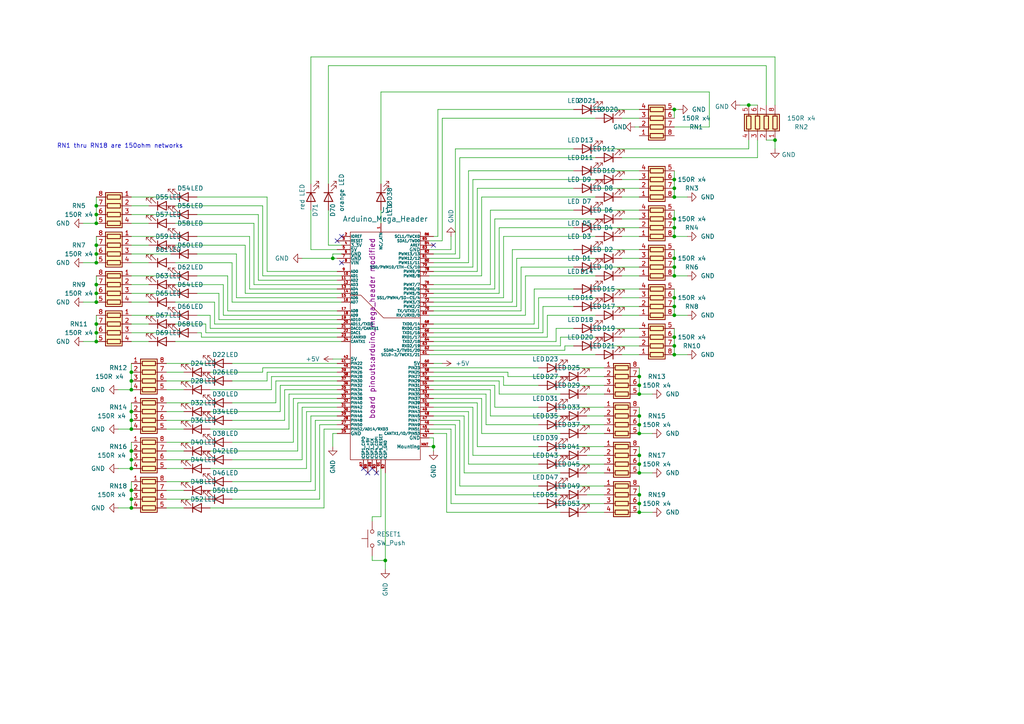
<source format=kicad_sch>
(kicad_sch (version 20211123) (generator eeschema)
  (paper "A4")
  (lib_symbols
    (symbol "Device:LED" (pin_numbers hide) (pin_names (offset 1.016) hide)
      (property "Reference" "D" (at 0 2.54 0))
      (property "Value" "LED" (at 0 -2.54 0))
      (symbol "LED_1_1"
        (pin passive line (at -3.81 0 0) (length 2.54) (name "K") (number "1"))
        (pin passive line (at 3.81 0 180) (length 2.54) (name "A") (number "2"))
      )
    )
    (symbol "Device:R_Pack04" (pin_names (offset 0) hide)
      (property "Reference" "RN" (at -7.62 0 90))
      (property "Value" "R_Pack04" (at 5.08 0 90))
      (symbol "R_Pack04_1_1"
        (pin passive line (at -5.08 -5.08 90) (length 2.54) (name "R1.1") (number "1"))
        (pin passive line (at -2.54 -5.08 90) (length 2.54) (name "R2.1") (number "2"))
        (pin passive line (at 0 -5.08 90) (length 2.54) (name "R3.1") (number "3"))
        (pin passive line (at 2.54 -5.08 90) (length 2.54) (name "R4.1") (number "4"))
        (pin passive line (at 2.54 5.08 270) (length 2.54) (name "R4.2") (number "5"))
        (pin passive line (at 0 5.08 270) (length 2.54) (name "R3.2") (number "6"))
        (pin passive line (at -2.54 5.08 270) (length 2.54) (name "R2.2") (number "7"))
        (pin passive line (at -5.08 5.08 270) (length 2.54) (name "R1.2") (number "8"))
      )
    )
    (symbol "Switch:SW_Push" (pin_numbers hide) (pin_names (offset 1.016) hide)
      (property "Reference" "SW" (at 1.27 2.54 0))
      (property "Value" "SW_Push" (at 0 -1.524 0))
      (symbol "SW_Push_0_1"
        (pin passive line (at -5.08 0 0) (length 2.54) (name "1") (number "1"))
        (pin passive line (at 5.08 0 180) (length 2.54) (name "2") (number "2"))
      )
    )
    (symbol "arduino_mega_header_w_icsp:Arduino_Mega_Header_w_ICSP" (pin_names (offset 0.0254))
      (property "Reference" "J1" (at 0 36.83 0))
      (property "Value" "Arduino_Mega_Header" (at 0 34.29 0))
      (property "Footprint" "board pinouts:arduino_mega_header modified" (at -3.81 2.54 90))
      (symbol "Arduino_Mega_Header_w_ICSP_1_1"
        (pin passive line (at -1.27 33.02 270) (length 2.54) (name "NC/_ATN") (number "1"))
        (pin passive line (at -12.7 17.78 0) (length 2.54) (name "AD1") (number "10"))
        (pin passive line (at -13.97 16.51 0) (length 3.81) (name "AD2") (number "11"))
        (pin passive line (at -12.7 15.24 0) (length 2.54) (name "AD3") (number "12"))
        (pin passive line (at -13.97 13.97 0) (length 3.81) (name "AD4") (number "13"))
        (pin passive line (at -12.7 12.7 0) (length 2.54) (name "AD5") (number "14"))
        (pin passive line (at -13.97 11.43 0) (length 3.81) (name "AD6") (number "15"))
        (pin passive line (at -12.7 10.16 0) (length 2.54) (name "AD7") (number "16"))
        (pin passive line (at -13.97 7.62 0) (length 3.81) (name "AD8") (number "17"))
        (pin passive line (at -12.7 6.35 0) (length 2.54) (name "AD9") (number "18"))
        (pin passive line (at -13.97 5.08 0) (length 3.81) (name "AD10") (number "19"))
        (pin passive line (at -12.7 29.21 0) (length 2.54) (name "IOREF") (number "2"))
        (pin passive line (at -12.7 3.81 0) (length 2.54) (name "AD11/TXD3") (number "20"))
        (pin passive line (at -13.97 2.54 0) (length 3.81) (name "DAC0/CANRX1") (number "21"))
        (pin passive line (at -12.7 1.27 0) (length 2.54) (name "DAC1") (number "22"))
        (pin passive line (at -13.97 0 0) (length 3.81) (name "CANRX0") (number "23"))
        (pin passive line (at -12.7 -1.27 0) (length 2.54) (name "CANTX1") (number "24"))
        (pin passive line (at -13.97 -27.94 0) (length 3.81) (name "GND") (number "25"))
        (pin passive line (at -12.7 -26.67 0) (length 2.54) (name "PIN52/AD14/RXD3") (number "26"))
        (pin passive line (at -13.97 -25.4 0) (length 3.81) (name "PIN50") (number "27"))
        (pin passive line (at -12.7 -24.13 0) (length 2.54) (name "PIN48") (number "28"))
        (pin passive line (at -13.97 -22.86 0) (length 3.81) (name "PIN46") (number "29"))
        (pin passive line (at -13.97 27.94 0) (length 3.81) (name "RESET") (number "3"))
        (pin passive line (at -12.7 -21.59 0) (length 2.54) (name "PIN44") (number "30"))
        (pin passive line (at -13.97 -20.32 0) (length 3.81) (name "PIN42") (number "31"))
        (pin passive line (at -12.7 -19.05 0) (length 2.54) (name "PIN40") (number "32"))
        (pin passive line (at -13.97 -17.78 0) (length 3.81) (name "PIN38") (number "33"))
        (pin passive line (at -12.7 -16.51 0) (length 2.54) (name "PIN36") (number "34"))
        (pin passive line (at -13.97 -15.24 0) (length 3.81) (name "PIN34") (number "35"))
        (pin passive line (at -12.7 -13.97 0) (length 2.54) (name "PIN32") (number "36"))
        (pin passive line (at -13.97 -12.7 0) (length 3.81) (name "PIN30") (number "37"))
        (pin passive line (at -12.7 -11.43 0) (length 2.54) (name "PIN28") (number "38"))
        (pin passive line (at -13.97 -10.16 0) (length 3.81) (name "PIN26") (number "39"))
        (pin passive line (at -12.7 26.67 0) (length 2.54) (name "3.3V") (number "4"))
        (pin passive line (at -12.7 -8.89 0) (length 2.54) (name "PIN24") (number "40"))
        (pin passive line (at -13.97 -7.62 0) (length 3.81) (name "PIN22") (number "41"))
        (pin passive line (at -12.7 -6.35 0) (length 2.54) (name "5V") (number "42"))
        (pin passive line (at 12.7 -29.21 180) (length 2.54) (name "GND") (number "43"))
        (pin passive line (at 13.97 -27.94 180) (length 3.81) (name "CANTX1/IO/PIN53") (number "44"))
        (pin passive line (at 12.7 -26.67 180) (length 2.54) (name "PIN51") (number "45"))
        (pin passive line (at 13.97 -25.4 180) (length 3.81) (name "PIN49") (number "46"))
        (pin passive line (at 12.7 -24.13 180) (length 2.54) (name "PIN47") (number "47"))
        (pin passive line (at 13.97 -22.86 180) (length 3.81) (name "PIN45") (number "48"))
        (pin passive line (at 12.7 -21.59 180) (length 2.54) (name "PIN43") (number "49"))
        (pin passive line (at -13.97 25.4 0) (length 3.81) (name "5V") (number "5"))
        (pin passive line (at 13.97 -20.32 180) (length 3.81) (name "PIN41") (number "50"))
        (pin passive line (at 12.7 -19.05 180) (length 2.54) (name "PIN39") (number "51"))
        (pin passive line (at 13.97 -17.78 180) (length 3.81) (name "PIN37") (number "52"))
        (pin passive line (at 12.7 -16.51 180) (length 2.54) (name "PIN35") (number "53"))
        (pin passive line (at 13.97 -15.24 180) (length 3.81) (name "PIN33") (number "54"))
        (pin passive line (at 12.7 -13.97 180) (length 2.54) (name "PIN31") (number "55"))
        (pin passive line (at 13.97 -12.7 180) (length 3.81) (name "PIN29") (number "56"))
        (pin passive line (at 12.7 -11.43 180) (length 2.54) (name "PIN27") (number "57"))
        (pin passive line (at 13.97 -10.16 180) (length 3.81) (name "PIN25") (number "58"))
        (pin passive line (at 12.7 -8.89 180) (length 2.54) (name "PIN23") (number "59"))
        (pin passive line (at -12.7 24.13 0) (length 2.54) (name "GND") (number "6"))
        (pin passive line (at 13.97 -7.62 180) (length 3.81) (name "5V") (number "60"))
        (pin passive line (at 12.7 -5.08 180) (length 2.54) (name "SCL0-3/TWCK1/21") (number "61"))
        (pin passive line (at 13.97 -3.81 180) (length 3.81) (name "SDA0-3/TWD1/20") (number "62"))
        (pin passive line (at 12.7 -2.54 180) (length 2.54) (name "RXD2/19") (number "63"))
        (pin passive line (at 13.97 -1.27 180) (length 3.81) (name "TXD2/18") (number "64"))
        (pin passive line (at 12.7 0 180) (length 2.54) (name "RXD1/17") (number "65"))
        (pin passive line (at 13.97 1.27 180) (length 3.81) (name "TXD1/16") (number "66"))
        (pin passive line (at 12.7 2.54 180) (length 2.54) (name "RXD0/15") (number "67"))
        (pin passive line (at 13.97 3.81 180) (length 3.81) (name "TXD0/14") (number "68"))
        (pin passive line (at 12.7 6.35 180) (length 2.54) (name "RX/URXD/0") (number "69"))
        (pin passive line (at -13.97 22.86 0) (length 3.81) (name "GND") (number "7"))
        (pin passive line (at 13.97 7.62 180) (length 3.81) (name "TX/UTXD/1") (number "70"))
        (pin passive line (at 12.7 8.89 180) (length 2.54) (name "PWM2/2") (number "71"))
        (pin passive line (at 13.97 10.16 180) (length 3.81) (name "PWM3/3") (number "72"))
        (pin passive line (at 12.7 11.43 180) (length 2.54) (name "SS1/PWM4/SD-CS/4") (number "73"))
        (pin passive line (at 13.97 12.7 180) (length 3.81) (name "PWM5/5") (number "74"))
        (pin passive line (at 12.7 13.97 180) (length 2.54) (name "PWM6/6") (number "75"))
        (pin passive line (at 13.97 15.24 180) (length 3.81) (name "PWM7/7") (number "76"))
        (pin passive line (at 12.7 17.78 180) (length 2.54) (name "PWM8/8") (number "77"))
        (pin passive line (at 13.97 19.05 180) (length 3.81) (name "PWM9/9") (number "78"))
        (pin passive line (at 12.7 20.32 180) (length 2.54) (name "SS0/PWM10/ETH-CS/10") (number "79"))
        (pin passive line (at -12.7 21.59 0) (length 2.54) (name "VIN") (number "8"))
        (pin passive line (at 13.97 21.59 180) (length 3.81) (name "PWM11/11") (number "80"))
        (pin passive line (at 12.7 22.86 180) (length 2.54) (name "PWM12/12") (number "81"))
        (pin passive line (at 13.97 24.13 180) (length 3.81) (name "PWM13/13") (number "82"))
        (pin passive line (at 12.7 25.4 180) (length 2.54) (name "GND") (number "83"))
        (pin passive line (at 13.97 26.67 180) (length 3.81) (name "AREF") (number "84"))
        (pin passive line (at 12.7 27.94 180) (length 2.54) (name "SDA1/TWD0") (number "85"))
        (pin passive line (at 13.97 29.21 180) (length 3.81) (name "SCL1/TWCK0") (number "86"))
        (pin passive line (at -6.35 -38.1 90) (length 2.54) (name "ICSP1_CIPO") (number "87"))
        (pin passive line (at -5.08 -39.37 90) (length 3.81) (name "ICSP2_+5V") (number "88"))
        (pin passive line (at -3.81 -38.1 90) (length 2.54) (name "ICSP3_SCK") (number "89"))
        (pin passive line (at -13.97 19.05 0) (length 3.81) (name "AD0") (number "9"))
        (pin passive line (at -2.54 -39.37 90) (length 3.81) (name "ICSP4_COPI") (number "90"))
        (pin passive line (at -1.27 -38.1 90) (length 2.54) (name "ICSP5_RESET") (number "91"))
        (pin passive line (at 0 -39.37 90) (length 3.81) (name "ICSP_GND") (number "92"))
        (pin passive line (at 12.7 -31.75 180) (length 2.54) (name "Mounting") (number "MNT"))
      )
    )
    (symbol "power:+5V" (power) (pin_names (offset 0))
      (property "Value" "+5V" (at 0 3.556 0))
      (symbol "+5V_1_1"
        (pin power_in line (at 0 0 90) (length 0) hide (name "+5V") (number "1"))
      )
    )
    (symbol "power:GND" (power) (pin_names (offset 0))
      (property "Value" "GND" (at 0 -3.81 0))
      (symbol "GND_1_1"
        (pin power_in line (at 0 0 270) (length 0) hide (name "GND") (number "1"))
      )
    )
  )
  (junction (at 195.58 54.61))
  (junction (at 185.42 134.62))
  (junction (at 111.76 162.56))
  (junction (at 195.58 88.9))
  (junction (at 38.1 110.49))
  (junction (at 185.42 137.16))
  (junction (at 195.58 80.01))
  (junction (at 38.1 124.46))
  (junction (at 195.58 77.47))
  (junction (at 38.1 107.95))
  (junction (at 27.94 71.12))
  (junction (at 195.58 68.58))
  (junction (at 185.42 123.19))
  (junction (at 195.58 102.87))
  (junction (at 38.1 130.81))
  (junction (at 195.58 66.04))
  (junction (at 195.58 86.36))
  (junction (at 38.1 133.35))
  (junction (at 195.58 57.15))
  (junction (at 27.94 93.98))
  (junction (at 27.94 76.2))
  (junction (at 224.79 40.64))
  (junction (at 27.94 82.55))
  (junction (at 38.1 121.92))
  (junction (at 27.94 64.77))
  (junction (at 195.58 63.5))
  (junction (at 38.1 144.78))
  (junction (at 27.94 85.09))
  (junction (at 27.94 87.63))
  (junction (at 27.94 73.66))
  (junction (at 185.42 148.59))
  (junction (at 185.42 120.65))
  (junction (at 185.42 125.73))
  (junction (at 38.1 135.89))
  (junction (at 195.58 74.93))
  (junction (at 195.58 31.75))
  (junction (at 125.73 129.54))
  (junction (at 38.1 142.24))
  (junction (at 27.94 99.06))
  (junction (at 185.42 111.76))
  (junction (at 38.1 147.32))
  (junction (at 195.58 100.33))
  (junction (at 185.42 143.51))
  (junction (at 185.42 132.08))
  (junction (at 195.58 52.07))
  (junction (at 38.1 119.38))
  (junction (at 27.94 59.69))
  (junction (at 27.94 96.52))
  (junction (at 185.42 146.05))
  (junction (at 217.17 30.48))
  (junction (at 185.42 114.3))
  (junction (at 27.94 62.23))
  (junction (at 185.42 109.22))
  (junction (at 195.58 97.79))
  (junction (at 96.52 74.93))
  (junction (at 38.1 113.03))
  (junction (at 195.58 91.44))
  (no_connect (at 125.73 71.12))
  (no_connect (at 97.79 69.85))
  (no_connect (at 109.22 137.16))
  (no_connect (at 106.68 137.16))
  (no_connect (at 105.41 135.89))
  (no_connect (at 107.95 135.89))
  (no_connect (at 99.06 76.2))
  (no_connect (at 99.06 68.58))
  (wire (pts (xy 224.79 30.48) (xy 224.79 16.51)))
  (wire (pts (xy 124.46 111.76) (xy 143.51 111.76)))
  (wire (pts (xy 97.79 74.93) (xy 96.52 74.93)))
  (wire (pts (xy 173.99 60.96) (xy 185.42 60.96)))
  (wire (pts (xy 173.99 43.18) (xy 217.17 43.18)))
  (wire (pts (xy 78.74 109.22) (xy 78.74 113.03)))
  (wire (pts (xy 124.46 88.9) (xy 149.86 88.9)))
  (wire (pts (xy 135.89 119.38) (xy 135.89 134.62)))
  (wire (pts (xy 185.42 132.08) (xy 185.42 134.62)))
  (wire (pts (xy 143.51 63.5) (xy 143.51 83.82)))
  (wire (pts (xy 195.58 52.07) (xy 195.58 54.61)))
  (wire (pts (xy 59.69 110.49) (xy 48.26 110.49)))
  (wire (pts (xy 125.73 96.52) (xy 157.48 96.52)))
  (wire (pts (xy 59.69 105.41) (xy 48.26 105.41)))
  (wire (pts (xy 60.96 119.38) (xy 81.28 119.38)))
  (wire (pts (xy 195.58 100.33) (xy 195.58 102.87)))
  (wire (pts (xy 219.71 40.64) (xy 219.71 45.72)))
  (wire (pts (xy 124.46 102.87) (xy 172.72 102.87)))
  (wire (pts (xy 97.79 78.74) (xy 77.47 78.74)))
  (wire (pts (xy 124.46 127) (xy 125.73 127)))
  (wire (pts (xy 132.08 43.18) (xy 132.08 73.66)))
  (wire (pts (xy 180.34 86.36) (xy 185.42 86.36)))
  (wire (pts (xy 27.94 76.2) (xy 24.13 76.2)))
  (wire (pts (xy 163.83 134.62) (xy 175.26 134.62)))
  (wire (pts (xy 185.42 120.65) (xy 185.42 123.19)))
  (wire (pts (xy 43.18 87.63) (xy 38.1 87.63)))
  (wire (pts (xy 156.21 95.25) (xy 156.21 86.36)))
  (wire (pts (xy 195.58 66.04) (xy 195.58 68.58)))
  (wire (pts (xy 195.58 95.25) (xy 195.58 97.79)))
  (wire (pts (xy 125.73 129.54) (xy 125.73 130.81)))
  (wire (pts (xy 73.66 82.55) (xy 73.66 64.77)))
  (wire (pts (xy 161.29 99.06) (xy 161.29 95.25)))
  (wire (pts (xy 185.42 140.97) (xy 185.42 143.51)))
  (wire (pts (xy 217.17 30.48) (xy 219.71 30.48)))
  (wire (pts (xy 170.18 120.65) (xy 175.26 120.65)))
  (wire (pts (xy 158.75 97.79) (xy 158.75 91.44)))
  (wire (pts (xy 27.94 96.52) (xy 27.94 99.06)))
  (wire (pts (xy 49.53 96.52) (xy 38.1 96.52)))
  (wire (pts (xy 27.94 91.44) (xy 27.94 93.98)))
  (wire (pts (xy 142.24 60.96) (xy 142.24 82.55)))
  (wire (pts (xy 124.46 109.22) (xy 146.05 109.22)))
  (wire (pts (xy 125.73 115.57) (xy 139.7 115.57)))
  (wire (pts (xy 124.46 124.46) (xy 130.81 124.46)))
  (wire (pts (xy 64.77 82.55) (xy 50.8 82.55)))
  (wire (pts (xy 38.1 119.38) (xy 38.1 121.92)))
  (wire (pts (xy 195.58 88.9) (xy 195.58 91.44)))
  (wire (pts (xy 76.2 106.68) (xy 99.06 106.68)))
  (wire (pts (xy 107.95 151.13) (xy 107.95 149.86)))
  (wire (pts (xy 38.1 130.81) (xy 38.1 133.35)))
  (wire (pts (xy 142.24 120.65) (xy 162.56 120.65)))
  (wire (pts (xy 154.94 83.82) (xy 166.37 83.82)))
  (wire (pts (xy 185.42 125.73) (xy 189.23 125.73)))
  (wire (pts (xy 173.99 66.04) (xy 185.42 66.04)))
  (wire (pts (xy 97.79 113.03) (xy 82.55 113.03)))
  (wire (pts (xy 185.42 134.62) (xy 185.42 137.16)))
  (wire (pts (xy 38.1 139.7) (xy 38.1 142.24)))
  (wire (pts (xy 156.21 123.19) (xy 140.97 123.19)))
  (wire (pts (xy 166.37 88.9) (xy 157.48 88.9)))
  (wire (pts (xy 50.8 93.98) (xy 59.69 93.98)))
  (wire (pts (xy 49.53 73.66) (xy 38.1 73.66)))
  (wire (pts (xy 38.1 105.41) (xy 38.1 107.95)))
  (wire (pts (xy 173.99 54.61) (xy 185.42 54.61)))
  (wire (pts (xy 88.9 135.89) (xy 60.96 135.89)))
  (wire (pts (xy 125.73 85.09) (xy 144.78 85.09)))
  (wire (pts (xy 38.1 116.84) (xy 38.1 119.38)))
  (wire (pts (xy 27.94 59.69) (xy 27.94 62.23)))
  (wire (pts (xy 125.73 73.66) (xy 132.08 73.66)))
  (wire (pts (xy 173.99 72.39) (xy 185.42 72.39)))
  (wire (pts (xy 139.7 57.15) (xy 139.7 80.01)))
  (wire (pts (xy 130.81 146.05) (xy 156.21 146.05)))
  (wire (pts (xy 27.94 73.66) (xy 27.94 76.2)))
  (wire (pts (xy 38.1 128.27) (xy 38.1 130.81)))
  (wire (pts (xy 38.1 113.03) (xy 34.29 113.03)))
  (wire (pts (xy 59.69 93.98) (xy 59.69 96.52)))
  (wire (pts (xy 80.01 116.84) (xy 80.01 110.49)))
  (wire (pts (xy 58.42 96.52) (xy 58.42 97.79)))
  (wire (pts (xy 99.06 91.44) (xy 64.77 91.44)))
  (wire (pts (xy 50.8 99.06) (xy 99.06 99.06)))
  (wire (pts (xy 195.58 31.75) (xy 196.85 31.75)))
  (wire (pts (xy 77.47 78.74) (xy 77.47 57.15)))
  (wire (pts (xy 53.34 119.38) (xy 48.26 119.38)))
  (wire (pts (xy 27.94 82.55) (xy 27.94 85.09)))
  (wire (pts (xy 111.76 137.16) (xy 111.76 162.56)))
  (wire (pts (xy 125.73 78.74) (xy 138.43 78.74)))
  (wire (pts (xy 76.2 80.01) (xy 76.2 59.69)))
  (wire (pts (xy 97.79 107.95) (xy 77.47 107.95)))
  (wire (pts (xy 53.34 135.89) (xy 48.26 135.89)))
  (wire (pts (xy 172.72 45.72) (xy 133.35 45.72)))
  (wire (pts (xy 195.58 97.79) (xy 195.58 100.33)))
  (wire (pts (xy 53.34 130.81) (xy 48.26 130.81)))
  (wire (pts (xy 43.18 71.12) (xy 38.1 71.12)))
  (wire (pts (xy 43.18 59.69) (xy 38.1 59.69)))
  (wire (pts (xy 82.55 121.92) (xy 82.55 113.03)))
  (wire (pts (xy 93.98 147.32) (xy 60.96 147.32)))
  (wire (pts (xy 180.34 68.58) (xy 185.42 68.58)))
  (wire (pts (xy 53.34 147.32) (xy 48.26 147.32)))
  (wire (pts (xy 214.63 30.48) (xy 217.17 30.48)))
  (wire (pts (xy 125.73 120.65) (xy 134.62 120.65)))
  (wire (pts (xy 163.83 111.76) (xy 175.26 111.76)))
  (wire (pts (xy 173.99 31.75) (xy 185.42 31.75)))
  (wire (pts (xy 135.89 49.53) (xy 135.89 76.2)))
  (wire (pts (xy 152.4 80.01) (xy 152.4 91.44)))
  (wire (pts (xy 125.73 68.58) (xy 127 68.58)))
  (wire (pts (xy 163.83 100.33) (xy 166.37 100.33)))
  (wire (pts (xy 195.58 60.96) (xy 195.58 63.5)))
  (wire (pts (xy 27.94 99.06) (xy 24.13 99.06)))
  (wire (pts (xy 96.52 73.66) (xy 99.06 73.66)))
  (wire (pts (xy 97.79 95.25) (xy 60.96 95.25)))
  (wire (pts (xy 152.4 80.01) (xy 172.72 80.01)))
  (wire (pts (xy 90.17 139.7) (xy 67.31 139.7)))
  (wire (pts (xy 125.73 90.17) (xy 151.13 90.17)))
  (wire (pts (xy 138.43 54.61) (xy 138.43 78.74)))
  (wire (pts (xy 124.46 97.79) (xy 158.75 97.79)))
  (wire (pts (xy 139.7 57.15) (xy 172.72 57.15)))
  (wire (pts (xy 38.1 124.46) (xy 34.29 124.46)))
  (wire (pts (xy 170.18 132.08) (xy 175.26 132.08)))
  (wire (pts (xy 137.16 132.08) (xy 162.56 132.08)))
  (wire (pts (xy 125.73 110.49) (xy 144.78 110.49)))
  (wire (pts (xy 138.43 129.54) (xy 138.43 116.84)))
  (wire (pts (xy 195.58 77.47) (xy 195.58 80.01)))
  (wire (pts (xy 96.52 125.73) (xy 96.52 129.54)))
  (wire (pts (xy 195.58 83.82) (xy 195.58 86.36)))
  (wire (pts (xy 185.42 129.54) (xy 185.42 132.08)))
  (wire (pts (xy 124.46 116.84) (xy 138.43 116.84)))
  (wire (pts (xy 97.79 120.65) (xy 90.17 120.65)))
  (wire (pts (xy 99.06 82.55) (xy 73.66 82.55)))
  (wire (pts (xy 59.69 128.27) (xy 48.26 128.27)))
  (wire (pts (xy 154.94 83.82) (xy 154.94 93.98)))
  (wire (pts (xy 134.62 120.65) (xy 134.62 137.16)))
  (wire (pts (xy 86.36 116.84) (xy 86.36 130.81)))
  (wire (pts (xy 95.25 19.05) (xy 222.25 19.05)))
  (wire (pts (xy 180.34 80.01) (xy 185.42 80.01)))
  (wire (pts (xy 124.46 86.36) (xy 146.05 86.36)))
  (wire (pts (xy 81.28 111.76) (xy 99.06 111.76)))
  (wire (pts (xy 68.58 86.36) (xy 97.79 86.36)))
  (wire (pts (xy 95.25 19.05) (xy 95.25 53.34)))
  (wire (pts (xy 90.17 72.39) (xy 97.79 72.39)))
  (wire (pts (xy 125.73 107.95) (xy 147.32 107.95)))
  (wire (pts (xy 63.5 85.09) (xy 63.5 92.71)))
  (wire (pts (xy 172.72 97.79) (xy 162.56 97.79)))
  (wire (pts (xy 85.09 128.27) (xy 67.31 128.27)))
  (wire (pts (xy 27.94 62.23) (xy 27.94 64.77)))
  (wire (pts (xy 27.94 93.98) (xy 27.94 96.52)))
  (wire (pts (xy 138.43 129.54) (xy 156.21 129.54)))
  (wire (pts (xy 173.99 95.25) (xy 185.42 95.25)))
  (wire (pts (xy 72.39 68.58) (xy 57.15 68.58)))
  (wire (pts (xy 130.81 124.46) (xy 130.81 146.05)))
  (wire (pts (xy 195.58 72.39) (xy 195.58 74.93)))
  (wire (pts (xy 170.18 125.73) (xy 175.26 125.73)))
  (wire (pts (xy 170.18 148.59) (xy 175.26 148.59)))
  (wire (pts (xy 111.76 162.56) (xy 111.76 165.1)))
  (wire (pts (xy 163.83 123.19) (xy 175.26 123.19)))
  (wire (pts (xy 27.94 80.01) (xy 27.94 82.55)))
  (wire (pts (xy 124.46 83.82) (xy 143.51 83.82)))
  (wire (pts (xy 134.62 137.16) (xy 162.56 137.16)))
  (wire (pts (xy 38.1 142.24) (xy 38.1 144.78)))
  (wire (pts (xy 180.34 74.93) (xy 185.42 74.93)))
  (wire (pts (xy 180.34 97.79) (xy 185.42 97.79)))
  (wire (pts (xy 93.98 124.46) (xy 99.06 124.46)))
  (wire (pts (xy 59.69 139.7) (xy 48.26 139.7)))
  (wire (pts (xy 146.05 68.58) (xy 172.72 68.58)))
  (wire (pts (xy 87.63 74.93) (xy 96.52 74.93)))
  (wire (pts (xy 57.15 73.66) (xy 68.58 73.66)))
  (wire (pts (xy 49.53 68.58) (xy 38.1 68.58)))
  (wire (pts (xy 124.46 74.93) (xy 133.35 74.93)))
  (wire (pts (xy 173.99 83.82) (xy 185.42 83.82)))
  (wire (pts (xy 185.42 114.3) (xy 189.23 114.3)))
  (wire (pts (xy 62.23 93.98) (xy 62.23 87.63)))
  (wire (pts (xy 185.42 106.68) (xy 185.42 109.22)))
  (wire (pts (xy 53.34 113.03) (xy 48.26 113.03)))
  (wire (pts (xy 88.9 119.38) (xy 88.9 135.89)))
  (wire (pts (xy 125.73 118.11) (xy 137.16 118.11)))
  (wire (pts (xy 99.06 80.01) (xy 76.2 80.01)))
  (wire (pts (xy 96.52 73.66) (xy 96.52 74.93)))
  (wire (pts (xy 180.34 91.44) (xy 185.42 91.44)))
  (wire (pts (xy 185.42 123.19) (xy 185.42 125.73)))
  (wire (pts (xy 137.16 52.07) (xy 137.16 77.47)))
  (wire (pts (xy 97.79 110.49) (xy 80.01 110.49)))
  (wire (pts (xy 185.42 111.76) (xy 185.42 114.3)))
  (wire (pts (xy 81.28 111.76) (xy 81.28 119.38)))
  (wire (pts (xy 149.86 74.93) (xy 149.86 88.9)))
  (wire (pts (xy 97.79 92.71) (xy 63.5 92.71)))
  (wire (pts (xy 78.74 113.03) (xy 60.96 113.03)))
  (wire (pts (xy 163.83 140.97) (xy 175.26 140.97)))
  (wire (pts (xy 224.79 40.64) (xy 224.79 43.18)))
  (wire (pts (xy 58.42 97.79) (xy 97.79 97.79)))
  (wire (pts (xy 156.21 111.76) (xy 146.05 111.76)))
  (wire (pts (xy 90.17 60.96) (xy 90.17 72.39)))
  (wire (pts (xy 170.18 109.22) (xy 175.26 109.22)))
  (wire (pts (xy 76.2 107.95) (xy 60.96 107.95)))
  (wire (pts (xy 124.46 119.38) (xy 135.89 119.38)))
  (wire (pts (xy 185.42 109.22) (xy 185.42 111.76)))
  (wire (pts (xy 86.36 130.81) (xy 60.96 130.81)))
  (wire (pts (xy 166.37 77.47) (xy 151.13 77.47)))
  (wire (pts (xy 43.18 64.77) (xy 38.1 64.77)))
  (wire (pts (xy 147.32 109.22) (xy 162.56 109.22)))
  (wire (pts (xy 184.15 36.83) (xy 185.42 36.83)))
  (wire (pts (xy 125.73 113.03) (xy 142.24 113.03)))
  (wire (pts (xy 185.42 118.11) (xy 185.42 120.65)))
  (wire (pts (xy 27.94 71.12) (xy 27.94 73.66)))
  (wire (pts (xy 59.69 133.35) (xy 48.26 133.35)))
  (wire (pts (xy 97.79 83.82) (xy 72.39 83.82)))
  (wire (pts (xy 124.46 100.33) (xy 162.56 100.33)))
  (wire (pts (xy 180.34 57.15) (xy 185.42 57.15)))
  (wire (pts (xy 162.56 97.79) (xy 162.56 100.33)))
  (wire (pts (xy 158.75 91.44) (xy 172.72 91.44)))
  (wire (pts (xy 139.7 125.73) (xy 162.56 125.73)))
  (wire (pts (xy 125.73 125.73) (xy 129.54 125.73)))
  (wire (pts (xy 129.54 148.59) (xy 162.56 148.59)))
  (wire (pts (xy 185.42 137.16) (xy 189.23 137.16)))
  (wire (pts (xy 27.94 87.63) (xy 24.13 87.63)))
  (wire (pts (xy 74.93 81.28) (xy 74.93 62.23)))
  (wire (pts (xy 99.06 85.09) (xy 71.12 85.09)))
  (wire (pts (xy 53.34 142.24) (xy 48.26 142.24)))
  (wire (pts (xy 125.73 82.55) (xy 142.24 82.55)))
  (wire (pts (xy 49.53 91.44) (xy 38.1 91.44)))
  (wire (pts (xy 173.99 88.9) (xy 185.42 88.9)))
  (wire (pts (xy 107.95 161.29) (xy 107.95 162.56)))
  (wire (pts (xy 195.58 68.58) (xy 199.39 68.58)))
  (wire (pts (xy 163.83 101.6) (xy 163.83 100.33)))
  (wire (pts (xy 140.97 123.19) (xy 140.97 114.3)))
  (wire (pts (xy 99.06 93.98) (xy 62.23 93.98)))
  (wire (pts (xy 195.58 54.61) (xy 195.58 57.15)))
  (wire (pts (xy 124.46 114.3) (xy 140.97 114.3)))
  (wire (pts (xy 180.34 52.07) (xy 185.42 52.07)))
  (wire (pts (xy 143.51 118.11) (xy 143.51 111.76)))
  (wire (pts (xy 60.96 91.44) (xy 57.15 91.44)))
  (wire (pts (xy 185.42 146.05) (xy 185.42 148.59)))
  (wire (pts (xy 27.94 64.77) (xy 24.13 64.77)))
  (wire (pts (xy 43.18 82.55) (xy 38.1 82.55)))
  (wire (pts (xy 38.1 99.06) (xy 43.18 99.06)))
  (wire (pts (xy 57.15 57.15) (xy 77.47 57.15)))
  (wire (pts (xy 27.94 68.58) (xy 27.94 71.12)))
  (wire (pts (xy 83.82 124.46) (xy 60.96 124.46)))
  (wire (pts (xy 59.69 116.84) (xy 48.26 116.84)))
  (wire (pts (xy 71.12 85.09) (xy 71.12 71.12)))
  (wire (pts (xy 59.69 144.78) (xy 48.26 144.78)))
  (wire (pts (xy 67.31 116.84) (xy 80.01 116.84)))
  (wire (pts (xy 49.53 85.09) (xy 38.1 85.09)))
  (wire (pts (xy 66.04 80.01) (xy 66.04 90.17)))
  (wire (pts (xy 205.74 26.67) (xy 205.74 36.83)))
  (wire (pts (xy 90.17 16.51) (xy 224.79 16.51)))
  (wire (pts (xy 77.47 107.95) (xy 77.47 110.49)))
  (wire (pts (xy 173.99 77.47) (xy 185.42 77.47)))
  (wire (pts (xy 170.18 143.51) (xy 175.26 143.51)))
  (wire (pts (xy 124.46 129.54) (xy 125.73 129.54)))
  (wire (pts (xy 163.83 146.05) (xy 175.26 146.05)))
  (wire (pts (xy 38.1 144.78) (xy 38.1 147.32)))
  (wire (pts (xy 166.37 49.53) (xy 135.89 49.53)))
  (wire (pts (xy 27.94 57.15) (xy 27.94 59.69)))
  (wire (pts (xy 148.59 72.39) (xy 166.37 72.39)))
  (wire (pts (xy 146.05 109.22) (xy 146.05 111.76)))
  (wire (pts (xy 83.82 114.3) (xy 83.82 124.46)))
  (wire (pts (xy 163.83 129.54) (xy 175.26 129.54)))
  (wire (pts (xy 149.86 74.93) (xy 172.72 74.93)))
  (wire (pts (xy 97.79 81.28) (xy 74.93 81.28)))
  (wire (pts (xy 205.74 36.83) (xy 195.58 36.83)))
  (wire (pts (xy 166.37 66.04) (xy 144.78 66.04)))
  (wire (pts (xy 170.18 137.16) (xy 175.26 137.16)))
  (wire (pts (xy 88.9 119.38) (xy 99.06 119.38)))
  (wire (pts (xy 124.46 106.68) (xy 156.21 106.68)))
  (wire (pts (xy 144.78 114.3) (xy 162.56 114.3)))
  (wire (pts (xy 129.54 125.73) (xy 129.54 148.59)))
  (wire (pts (xy 144.78 110.49) (xy 144.78 114.3)))
  (wire (pts (xy 133.35 45.72) (xy 133.35 74.93)))
  (wire (pts (xy 157.48 88.9) (xy 157.48 96.52)))
  (wire (pts (xy 124.46 77.47) (xy 137.16 77.47)))
  (wire (pts (xy 166.37 31.75) (xy 127 31.75)))
  (wire (pts (xy 107.95 162.56) (xy 111.76 162.56)))
  (wire (pts (xy 166.37 43.18) (xy 132.08 43.18)))
  (wire (pts (xy 125.73 123.19) (xy 132.08 123.19)))
  (wire (pts (xy 125.73 101.6) (xy 163.83 101.6)))
  (wire (pts (xy 185.42 148.59) (xy 189.23 148.59)))
  (wire (pts (xy 195.58 63.5) (xy 195.58 66.04)))
  (wire (pts (xy 132.08 123.19) (xy 132.08 143.51)))
  (wire (pts (xy 92.71 123.19) (xy 92.71 144.78)))
  (wire (pts (xy 110.49 135.89) (xy 110.49 149.86)))
  (wire (pts (xy 91.44 121.92) (xy 91.44 142.24)))
  (wire (pts (xy 128.27 34.29) (xy 172.72 34.29)))
  (wire (pts (xy 86.36 116.84) (xy 99.06 116.84)))
  (wire (pts (xy 125.73 93.98) (xy 154.94 93.98)))
  (wire (pts (xy 38.1 147.32) (xy 34.29 147.32)))
  (wire (pts (xy 64.77 91.44) (xy 64.77 82.55)))
  (wire (pts (xy 163.83 118.11) (xy 175.26 118.11)))
  (wire (pts (xy 156.21 118.11) (xy 143.51 118.11)))
  (wire (pts (xy 67.31 76.2) (xy 67.31 87.63)))
  (wire (pts (xy 124.46 121.92) (xy 133.35 121.92)))
  (wire (pts (xy 173.99 100.33) (xy 185.42 100.33)))
  (wire (pts (xy 127 31.75) (xy 127 68.58)))
  (wire (pts (xy 148.59 72.39) (xy 148.59 87.63)))
  (wire (pts (xy 128.27 69.85) (xy 128.27 34.29)))
  (wire (pts (xy 43.18 93.98) (xy 38.1 93.98)))
  (wire (pts (xy 166.37 54.61) (xy 138.43 54.61)))
  (wire (pts (xy 133.35 140.97) (xy 156.21 140.97)))
  (wire (pts (xy 38.1 107.95) (xy 38.1 110.49)))
  (wire (pts (xy 125.73 99.06) (xy 161.29 99.06)))
  (wire (pts (xy 195.58 49.53) (xy 195.58 52.07)))
  (wire (pts (xy 222.25 40.64) (xy 224.79 40.64)))
  (wire (pts (xy 38.1 133.35) (xy 38.1 135.89)))
  (wire (pts (xy 95.25 60.96) (xy 95.25 71.12)))
  (wire (pts (xy 137.16 52.07) (xy 172.72 52.07)))
  (wire (pts (xy 49.53 80.01) (xy 38.1 80.01)))
  (wire (pts (xy 180.34 63.5) (xy 185.42 63.5)))
  (wire (pts (xy 92.71 144.78) (xy 67.31 144.78)))
  (wire (pts (xy 170.18 114.3) (xy 175.26 114.3)))
  (wire (pts (xy 95.25 71.12) (xy 99.06 71.12)))
  (wire (pts (xy 73.66 64.77) (xy 50.8 64.77)))
  (wire (pts (xy 67.31 76.2) (xy 50.8 76.2)))
  (wire (pts (xy 49.53 62.23) (xy 38.1 62.23)))
  (wire (pts (xy 166.37 60.96) (xy 142.24 60.96)))
  (wire (pts (xy 38.1 135.89) (xy 34.29 135.89)))
  (wire (pts (xy 130.81 72.39) (xy 124.46 72.39)))
  (wire (pts (xy 125.73 127) (xy 125.73 129.54)))
  (wire (pts (xy 195.58 57.15) (xy 199.39 57.15)))
  (wire (pts (xy 90.17 139.7) (xy 90.17 120.65)))
  (wire (pts (xy 135.89 134.62) (xy 156.21 134.62)))
  (wire (pts (xy 59.69 121.92) (xy 48.26 121.92)))
  (wire (pts (xy 66.04 80.01) (xy 57.15 80.01)))
  (wire (pts (xy 97.79 123.19) (xy 92.71 123.19)))
  (wire (pts (xy 195.58 86.36) (xy 195.58 88.9)))
  (wire (pts (xy 50.8 59.69) (xy 76.2 59.69)))
  (wire (pts (xy 78.74 109.22) (xy 99.06 109.22)))
  (wire (pts (xy 99.06 87.63) (xy 67.31 87.63)))
  (wire (pts (xy 62.23 87.63) (xy 50.8 87.63)))
  (wire (pts (xy 83.82 114.3) (xy 99.06 114.3)))
  (wire (pts (xy 97.79 118.11) (xy 87.63 118.11)))
  (wire (pts (xy 91.44 142.24) (xy 60.96 142.24)))
  (wire (pts (xy 53.34 124.46) (xy 48.26 124.46)))
  (wire (pts (xy 156.21 86.36) (xy 172.72 86.36)))
  (wire (pts (xy 146.05 68.58) (xy 146.05 86.36)))
  (wire (pts (xy 147.32 107.95) (xy 147.32 109.22)))
  (wire (pts (xy 195.58 102.87) (xy 199.39 102.87)))
  (wire (pts (xy 137.16 118.11) (xy 137.16 132.08)))
  (wire (pts (xy 71.12 71.12) (xy 50.8 71.12)))
  (wire (pts (xy 96.52 125.73) (xy 97.79 125.73)))
  (wire (pts (xy 49.53 57.15) (xy 38.1 57.15)))
  (wire (pts (xy 195.58 74.93) (xy 195.58 77.47)))
  (wire (pts (xy 68.58 73.66) (xy 68.58 86.36)))
  (wire (pts (xy 67.31 121.92) (xy 82.55 121.92)))
  (wire (pts (xy 124.46 95.25) (xy 156.21 95.25)))
  (wire (pts (xy 133.35 140.97) (xy 133.35 121.92)))
  (wire (pts (xy 125.73 76.2) (xy 135.89 76.2)))
  (wire (pts (xy 97.79 90.17) (xy 66.04 90.17)))
  (wire (pts (xy 124.46 80.01) (xy 139.7 80.01)))
  (wire (pts (xy 91.44 121.92) (xy 99.06 121.92)))
  (wire (pts (xy 195.58 91.44) (xy 199.39 91.44)))
  (wire (pts (xy 195.58 80.01) (xy 199.39 80.01)))
  (wire (pts (xy 60.96 95.25) (xy 60.96 91.44)))
  (wire (pts (xy 161.29 95.25) (xy 166.37 95.25)))
  (wire (pts (xy 27.94 85.09) (xy 27.94 87.63)))
  (wire (pts (xy 93.98 124.46) (xy 93.98 147.32)))
  (wire (pts (xy 163.83 106.68) (xy 175.26 106.68)))
  (wire (pts (xy 53.34 107.95) (xy 48.26 107.95)))
  (wire (pts (xy 43.18 76.2) (xy 38.1 76.2)))
  (wire (pts (xy 185.42 143.51) (xy 185.42 146.05)))
  (wire (pts (xy 97.79 105.41) (xy 67.31 105.41)))
  (wire (pts (xy 125.73 87.63) (xy 148.59 87.63)))
  (wire (pts (xy 99.06 96.52) (xy 59.69 96.52)))
  (wire (pts (xy 180.34 34.29) (xy 185.42 34.29)))
  (wire (pts (xy 58.42 96.52) (xy 57.15 96.52)))
  (wire (pts (xy 130.81 72.39) (xy 130.81 68.58)))
  (wire (pts (xy 87.63 133.35) (xy 67.31 133.35)))
  (wire (pts (xy 85.09 128.27) (xy 85.09 115.57)))
  (wire (pts (xy 38.1 110.49) (xy 38.1 113.03)))
  (wire (pts (xy 124.46 91.44) (xy 152.4 91.44)))
  (wire (pts (xy 180.34 102.87) (xy 185.42 102.87)))
  (wire (pts (xy 57.15 62.23) (xy 74.93 62.23)))
  (wire (pts (xy 151.13 77.47) (xy 151.13 90.17)))
  (wire (pts (xy 195.58 31.75) (xy 195.58 34.29)))
  (wire (pts (xy 110.49 26.67) (xy 205.74 26.67)))
  (wire (pts (xy 132.08 143.51) (xy 162.56 143.51)))
  (wire (pts (xy 217.17 43.18) (xy 217.17 40.64)))
  (wire (pts (xy 180.34 45.72) (xy 219.71 45.72)))
  (wire (pts (xy 67.31 110.49) (xy 77.47 110.49)))
  (wire (pts (xy 76.2 106.68) (xy 76.2 107.95)))
  (wire (pts (xy 87.63 118.11) (xy 87.63 133.35)))
  (wire (pts (xy 139.7 115.57) (xy 139.7 125.73)))
  (wire (pts (xy 144.78 66.04) (xy 144.78 85.09)))
  (wire (pts (xy 96.52 104.14) (xy 99.06 104.14)))
  (wire (pts (xy 110.49 60.96) (xy 110.49 64.77)))
  (wire (pts (xy 97.79 115.57) (xy 85.09 115.57)))
  (wire (pts (xy 72.39 83.82) (xy 72.39 68.58)))
  (wire (pts (xy 124.46 69.85) (xy 128.27 69.85)))
  (wire (pts (xy 222.25 19.05) (xy 222.25 30.48)))
  (wire (pts (xy 142.24 113.03) (xy 142.24 120.65)))
  (wire (pts (xy 110.49 53.34) (xy 110.49 26.67)))
  (wire (pts (xy 38.1 121.92) (xy 38.1 124.46)))
  (wire (pts (xy 57.15 85.09) (xy 63.5 85.09)))
  (wire (pts (xy 173.99 49.53) (xy 185.42 49.53)))
  (wire (pts (xy 90.17 16.51) (xy 90.17 53.34)))
  (wire (pts (xy 107.95 149.86) (xy 110.49 149.86)))
  (wire (pts (xy 128.27 105.41) (xy 125.73 105.41)))
  (wire (pts (xy 172.72 63.5) (xy 143.51 63.5)))
  (text "RN1 thru RN18 are 150ohm networks" (at 16.51 43.18 0) (effects (font (size 1.27 1.27)) (justify left bottom)))
  (symbol (lib_id "Device:LED") (at 57.15 130.81 0) (mirror x) (unit 1)
    (property "Reference" "D40" (at 57.15 128.27 0))
    (property "Value" "LED" (at 60.96 128.27 0))
    (property "Footprint" "Diode_SMD:D_0805_2012Metric_Pad1.15x1.40mm_HandSolder" (effects hide))
    (property "Supplier" "https://www.mouser.fr/ProductDetail/Stanley-Electric/PG1112H-TR?qs=byeeYqUIh0Ote1eQCAIB8g%3D%3D" (effects hide))
  )
  (symbol (lib_id "Device:R_Pack04") (at 43.18 121.92 270) (unit 1)
    (property "Reference" "RN14" (at 34.29 118.11 90))
    (property "Value" "150R x4" (at 32.385 120.65 90))
    (property "Footprint" "Components:R_Array_convex_EXB-S8Vxxxx" (effects hide))
    (property "Supplier" "https://www.mouser.fr/ProductDetail/Panasonic/EXB-S8V151J?qs=WwqriLBepZusmMZoXctsew%3D%3D" (effects hide))
  )
  (symbol (lib_id "power:GND") (at 196.85 31.75 90) (mirror x) (unit 1)
    (property "Reference" "#PWR0108" (effects hide))
    (property "Value" "GND" (at 200.66 31.7501 90) (effects (justify right)))
  )
  (symbol (lib_id "power:+5V") (at 128.27 105.41 270) (unit 1)
    (property "Reference" "#PWR0112" (effects hide))
    (property "Value" "+5V" (at 132.08 105.4099 90) (effects (justify left)))
    (property "Footprint" "board pinouts:arduino_mega_header modified" (effects hide))
  )
  (symbol (lib_id "Device:LED") (at 63.5 144.78 0) (mirror x) (unit 1)
    (property "Reference" "D50" (at 63.5 142.24 0))
    (property "Value" "LED" (at 67.31 142.24 0))
    (property "Footprint" "Diode_SMD:D_0805_2012Metric_Pad1.15x1.40mm_HandSolder" (effects hide))
    (property "Supplier" "https://www.mouser.fr/ProductDetail/Stanley-Electric/PG1112H-TR?qs=byeeYqUIh0Ote1eQCAIB8g%3D%3D" (effects hide))
  )
  (symbol (lib_id "power:GND") (at 199.39 91.44 90) (mirror x) (unit 1)
    (property "Reference" "#PWR08" (effects hide))
    (property "Value" "GND" (at 203.2 91.4401 90) (effects (justify right)))
  )
  (symbol (lib_id "Device:LED") (at 53.34 68.58 0) (mirror x) (unit 1)
    (property "Reference" "D58" (at 53.34 64.77 0))
    (property "Value" "LED" (at 57.15 64.77 0))
    (property "Footprint" "Diode_SMD:D_0805_2012Metric_Pad1.15x1.40mm_HandSolder" (effects hide))
    (property "Supplier" "https://www.mouser.fr/ProductDetail/Stanley-Electric/PG1112H-TR?qs=byeeYqUIh0Ote1eQCAIB8g%3D%3D" (effects hide))
  )
  (symbol (lib_id "Device:LED") (at 160.02 106.68 180) (unit 1)
    (property "Reference" "D23" (at 160.02 104.14 0))
    (property "Value" "LED" (at 156.21 104.14 0))
    (property "Footprint" "Diode_SMD:D_0805_2012Metric_Pad1.15x1.40mm_HandSolder" (effects hide))
    (property "Supplier" "https://www.mouser.fr/ProductDetail/Stanley-Electric/PG1112H-TR?qs=byeeYqUIh0Ote1eQCAIB8g%3D%3D" (effects hide))
  )
  (symbol (lib_id "Device:R_Pack04") (at 180.34 111.76 270) (unit 1)
    (property "Reference" "RN13" (at 190.5 109.22 90))
    (property "Value" "150R x4" (at 190.5 111.76 90))
    (property "Footprint" "Components:R_Array_convex_EXB-S8Vxxxx" (effects hide))
    (property "Supplier" "https://www.mouser.fr/ProductDetail/Panasonic/EXB-S8V151J?qs=WwqriLBepZusmMZoXctsew%3D%3D" (effects hide))
  )
  (symbol (lib_id "Device:LED") (at 176.53 86.36 180) (unit 1)
    (property "Reference" "D15" (at 176.53 83.82 0))
    (property "Value" "LED" (at 172.72 83.82 0))
    (property "Footprint" "Diode_SMD:D_0805_2012Metric_Pad1.15x1.40mm_HandSolder" (effects hide))
    (property "Supplier" "https://www.mouser.fr/ProductDetail/Stanley-Electric/PG1112H-TR?qs=byeeYqUIh0Ote1eQCAIB8g%3D%3D" (effects hide))
  )
  (symbol (lib_id "power:GND") (at 189.23 137.16 90) (mirror x) (unit 1)
    (property "Reference" "#PWR016" (effects hide))
    (property "Value" "GND" (at 193.04 137.1601 90) (effects (justify right)))
  )
  (symbol (lib_id "Device:R_Pack04") (at 190.5 52.07 270) (mirror x) (unit 1)
    (property "Reference" "RN3" (at 200.66 54.61 90))
    (property "Value" "150R x4" (at 200.66 52.07 90))
    (property "Footprint" "Components:R_Array_convex_EXB-S8Vxxxx" (effects hide))
    (property "Supplier" "https://www.mouser.fr/ProductDetail/Panasonic/EXB-S8V151J?qs=WwqriLBepZusmMZoXctsew%3D%3D" (effects hide))
  )
  (symbol (lib_id "Device:LED") (at 57.15 124.46 0) (mirror x) (unit 1)
    (property "Reference" "D36" (at 57.15 121.92 0))
    (property "Value" "LED" (at 60.96 121.92 0))
    (property "Footprint" "Diode_SMD:D_0805_2012Metric_Pad1.15x1.40mm_HandSolder" (effects hide))
    (property "Supplier" "https://www.mouser.fr/ProductDetail/Stanley-Electric/PG1112H-TR?qs=byeeYqUIh0Ote1eQCAIB8g%3D%3D" (effects hide))
  )
  (symbol (lib_id "Device:LED") (at 166.37 114.3 180) (unit 1)
    (property "Reference" "D29" (at 166.37 111.76 0))
    (property "Value" "LED" (at 162.56 111.76 0))
    (property "Footprint" "Diode_SMD:D_0805_2012Metric_Pad1.15x1.40mm_HandSolder" (effects hide))
    (property "Supplier" "https://www.mouser.fr/ProductDetail/Stanley-Electric/PG1112H-TR?qs=byeeYqUIh0Ote1eQCAIB8g%3D%3D" (effects hide))
  )
  (symbol (lib_id "Device:LED") (at 166.37 143.51 180) (unit 1)
    (property "Reference" "D49" (at 166.37 140.97 0))
    (property "Value" "LED" (at 162.56 140.97 0))
    (property "Footprint" "Diode_SMD:D_0805_2012Metric_Pad1.15x1.40mm_HandSolder" (effects hide))
    (property "Supplier" "https://www.mouser.fr/ProductDetail/Stanley-Electric/PG1112H-TR?qs=byeeYqUIh0Ote1eQCAIB8g%3D%3D" (effects hide))
  )
  (symbol (lib_id "Device:LED") (at 160.02 134.62 180) (unit 1)
    (property "Reference" "D43" (at 160.02 132.08 0))
    (property "Value" "LED" (at 156.21 132.08 0))
    (property "Footprint" "Diode_SMD:D_0805_2012Metric_Pad1.15x1.40mm_HandSolder" (effects hide))
    (property "Supplier" "https://www.mouser.fr/ProductDetail/Stanley-Electric/PG1112H-TR?qs=byeeYqUIh0Ote1eQCAIB8g%3D%3D" (effects hide))
  )
  (symbol (lib_id "Device:LED") (at 176.53 74.93 180) (unit 1)
    (property "Reference" "D2" (at 176.53 72.39 0))
    (property "Value" "LED" (at 172.72 72.39 0))
    (property "Footprint" "Diode_SMD:D_0805_2012Metric_Pad1.15x1.40mm_HandSolder" (effects hide))
    (property "Supplier" "https://www.mouser.fr/ProductDetail/Stanley-Electric/PG1112H-TR?qs=byeeYqUIh0Ote1eQCAIB8g%3D%3D" (effects hide))
  )
  (symbol (lib_id "Device:LED") (at 176.53 80.01 180) (unit 1)
    (property "Reference" "D0" (at 176.53 77.47 0))
    (property "Value" "LED" (at 172.72 77.47 0))
    (property "Footprint" "Diode_SMD:D_0805_2012Metric_Pad1.15x1.40mm_HandSolder" (effects hide))
    (property "Supplier" "https://www.mouser.fr/ProductDetail/Stanley-Electric/PG1112H-TR?qs=byeeYqUIh0Ote1eQCAIB8g%3D%3D" (effects hide))
  )
  (symbol (lib_id "power:GND") (at 24.13 76.2 270) (unit 1)
    (property "Reference" "#PWR06" (effects hide))
    (property "Value" "GND" (at 20.32 76.2001 90) (effects (justify right)))
  )
  (symbol (lib_id "Device:LED") (at 46.99 71.12 0) (mirror x) (unit 1)
    (property "Reference" "D59" (at 46.99 68.58 0))
    (property "Value" "LED" (at 50.8 68.58 0))
    (property "Footprint" "Diode_SMD:D_0805_2012Metric_Pad1.15x1.40mm_HandSolder" (effects hide))
    (property "Supplier" "https://www.mouser.fr/ProductDetail/Stanley-Electric/PG1112H-TR?qs=byeeYqUIh0Ote1eQCAIB8g%3D%3D" (effects hide))
  )
  (symbol (lib_id "Switch:SW_Push") (at 107.95 156.21 90) (unit 1)
    (property "Reference" "RESET1" (at 109.22 154.9399 90) (effects (justify right)))
    (property "Value" "SW_Push" (at 109.22 157.4799 90) (effects (justify right)))
    (property "Footprint" "Downloads:J-lead grayhill switch" (effects hide))
    (property "Supplier" "https://www.mouser.fr/ProductDetail/Grayhill/95CW06D5GWT?qs=sGAEpiMZZMtFyPk3yBMYYDdos7hL8Sgo05LXlVxtXlA%3D" (effects hide))
  )
  (symbol (lib_id "Device:LED") (at 63.5 121.92 0) (mirror x) (unit 1)
    (property "Reference" "D34" (at 63.5 119.38 0))
    (property "Value" "LED" (at 67.31 119.38 0))
    (property "Footprint" "Diode_SMD:D_0805_2012Metric_Pad1.15x1.40mm_HandSolder" (effects hide))
    (property "Supplier" "https://www.mouser.fr/ProductDetail/Stanley-Electric/PG1112H-TR?qs=byeeYqUIh0Ote1eQCAIB8g%3D%3D" (effects hide))
  )
  (symbol (lib_id "Device:LED") (at 176.53 102.87 180) (unit 1)
    (property "Reference" "D21" (at 176.53 100.33 0))
    (property "Value" "LED" (at 172.72 100.33 0))
    (property "Footprint" "Diode_SMD:D_0805_2012Metric_Pad1.15x1.40mm_HandSolder" (effects hide))
    (property "Supplier" "https://www.mouser.fr/ProductDetail/Stanley-Electric/PG1112H-TR?qs=byeeYqUIh0Ote1eQCAIB8g%3D%3D" (effects hide))
  )
  (symbol (lib_id "Device:LED") (at 63.5 105.41 0) (mirror x) (unit 1)
    (property "Reference" "D22" (at 63.5 102.87 0))
    (property "Value" "LED" (at 67.31 102.87 0))
    (property "Footprint" "Diode_SMD:D_0805_2012Metric_Pad1.15x1.40mm_HandSolder" (effects hide))
    (property "Supplier" "https://www.mouser.fr/ProductDetail/Stanley-Electric/PG1112H-TR?qs=byeeYqUIh0Ote1eQCAIB8g%3D%3D" (effects hide))
  )
  (symbol (lib_id "power:GND") (at 189.23 148.59 90) (mirror x) (unit 1)
    (property "Reference" "#PWR018" (effects hide))
    (property "Value" "GND" (at 193.04 148.5901 90) (effects (justify right)))
  )
  (symbol (lib_id "Device:LED") (at 166.37 148.59 180) (unit 1)
    (property "Reference" "D53" (at 166.37 146.05 0))
    (property "Value" "LED" (at 162.56 146.05 0))
    (property "Footprint" "Diode_SMD:D_0805_2012Metric_Pad1.15x1.40mm_HandSolder" (effects hide))
    (property "Supplier" "https://www.mouser.fr/ProductDetail/Stanley-Electric/PG1112H-TR?qs=byeeYqUIh0Ote1eQCAIB8g%3D%3D" (effects hide))
  )
  (symbol (lib_id "Device:LED") (at 46.99 82.55 0) (mirror x) (unit 1)
    (property "Reference" "D63" (at 46.99 80.01 0))
    (property "Value" "LED" (at 50.8 80.01 0))
    (property "Footprint" "Diode_SMD:D_0805_2012Metric_Pad1.15x1.40mm_HandSolder" (effects hide))
    (property "Supplier" "https://www.mouser.fr/ProductDetail/Stanley-Electric/PG1112H-TR?qs=byeeYqUIh0Ote1eQCAIB8g%3D%3D" (effects hide))
  )
  (symbol (lib_id "Device:LED") (at 176.53 57.15 180) (unit 1)
    (property "Reference" "D8" (at 176.53 54.61 0))
    (property "Value" "LED" (at 172.72 54.61 0))
    (property "Footprint" "Diode_SMD:D_0805_2012Metric_Pad1.15x1.40mm_HandSolder" (effects hide))
    (property "Supplier" "https://www.mouser.fr/ProductDetail/Stanley-Electric/PG1112H-TR?qs=byeeYqUIh0Ote1eQCAIB8g%3D%3D" (effects hide))
  )
  (symbol (lib_id "Device:LED") (at 53.34 85.09 0) (mirror x) (unit 1)
    (property "Reference" "D64" (at 53.34 82.55 0))
    (property "Value" "LED" (at 57.15 82.55 0))
    (property "Footprint" "Diode_SMD:D_0805_2012Metric_Pad1.15x1.40mm_HandSolder" (effects hide))
    (property "Supplier" "https://www.mouser.fr/ProductDetail/Stanley-Electric/PG1112H-TR?qs=byeeYqUIh0Ote1eQCAIB8g%3D%3D" (effects hide))
  )
  (symbol (lib_id "Device:LED") (at 57.15 107.95 0) (mirror x) (unit 1)
    (property "Reference" "D24" (at 57.15 105.41 0))
    (property "Value" "LED" (at 60.96 105.41 0))
    (property "Footprint" "Diode_SMD:D_0805_2012Metric_Pad1.15x1.40mm_HandSolder" (effects hide))
    (property "Supplier" "https://www.mouser.fr/ProductDetail/Stanley-Electric/PG1112H-TR?qs=byeeYqUIh0Ote1eQCAIB8g%3D%3D" (effects hide))
  )
  (symbol (lib_id "power:GND") (at 130.81 68.58 180) (unit 1)
    (property "Reference" "#PWR03" (effects hide))
    (property "Value" "GND" (at 130.8099 64.77 90) (effects (justify right)))
  )
  (symbol (lib_id "Device:R_Pack04") (at 190.5 86.36 270) (mirror x) (unit 1)
    (property "Reference" "RN8" (at 200.66 88.9 90))
    (property "Value" "150R x4" (at 200.66 86.36 90))
    (property "Footprint" "Components:R_Array_convex_EXB-S8Vxxxx" (effects hide))
    (property "Supplier" "https://www.mouser.fr/ProductDetail/Panasonic/EXB-S8V151J?qs=WwqriLBepZusmMZoXctsew%3D%3D" (effects hide))
  )
  (symbol (lib_id "Device:R_Pack04") (at 33.02 85.09 90) (mirror x) (unit 1)
    (property "Reference" "RN9" (at 22.86 82.55 90))
    (property "Value" "150R x4" (at 22.86 85.09 90))
    (property "Footprint" "Components:R_Array_convex_EXB-S8Vxxxx" (effects hide))
    (property "Supplier" "https://www.mouser.fr/ProductDetail/Panasonic/EXB-S8V151J?qs=WwqriLBepZusmMZoXctsew%3D%3D" (effects hide))
  )
  (symbol (lib_id "Device:R_Pack04") (at 190.5 97.79 270) (mirror x) (unit 1)
    (property "Reference" "RN10" (at 200.66 100.33 90))
    (property "Value" "150R x4" (at 200.66 97.79 90))
    (property "Footprint" "Components:R_Array_convex_EXB-S8Vxxxx" (effects hide))
    (property "Supplier" "https://www.mouser.fr/ProductDetail/Panasonic/EXB-S8V151J?qs=WwqriLBepZusmMZoXctsew%3D%3D" (effects hide))
  )
  (symbol (lib_id "Device:LED") (at 166.37 132.08 180) (unit 1)
    (property "Reference" "D41" (at 166.37 129.54 0))
    (property "Value" "LED" (at 162.56 129.54 0))
    (property "Footprint" "Diode_SMD:D_0805_2012Metric_Pad1.15x1.40mm_HandSolder" (effects hide))
    (property "Supplier" "https://www.mouser.fr/ProductDetail/Stanley-Electric/PG1112H-TR?qs=byeeYqUIh0Ote1eQCAIB8g%3D%3D" (effects hide))
  )
  (symbol (lib_id "power:GND") (at 125.73 130.81 0) (unit 1)
    (property "Reference" "#PWR0111" (effects hide))
    (property "Value" "GND" (at 125.7301 134.62 90) (effects (justify right)))
  )
  (symbol (lib_id "Device:LED") (at 46.99 99.06 0) (mirror x) (unit 1)
    (property "Reference" "D69" (at 46.99 96.52 0))
    (property "Value" "LED" (at 50.8 96.52 0))
    (property "Footprint" "Diode_SMD:D_0805_2012Metric_Pad1.15x1.40mm_HandSolder" (effects hide))
    (property "Supplier" "https://www.mouser.fr/ProductDetail/Stanley-Electric/PG1112H-TR?qs=byeeYqUIh0Ote1eQCAIB8g%3D%3D" (effects hide))
  )
  (symbol (lib_id "Device:LED") (at 57.15 119.38 0) (mirror x) (unit 1)
    (property "Reference" "D32" (at 57.15 116.84 0))
    (property "Value" "LED" (at 60.96 116.84 0))
    (property "Footprint" "Diode_SMD:D_0805_2012Metric_Pad1.15x1.40mm_HandSolder" (effects hide))
    (property "Supplier" "https://www.mouser.fr/ProductDetail/Stanley-Electric/PG1112H-TR?qs=byeeYqUIh0Ote1eQCAIB8g%3D%3D" (effects hide))
  )
  (symbol (lib_id "Device:LED") (at 166.37 125.73 180) (unit 1)
    (property "Reference" "D37" (at 166.37 123.19 0))
    (property "Value" "LED" (at 162.56 123.19 0))
    (property "Footprint" "Diode_SMD:D_0805_2012Metric_Pad1.15x1.40mm_HandSolder" (effects hide))
    (property "Supplier" "https://www.mouser.fr/ProductDetail/Stanley-Electric/PG1112H-TR?qs=byeeYqUIh0Ote1eQCAIB8g%3D%3D" (effects hide))
  )
  (symbol (lib_id "power:+5V") (at 96.52 104.14 90) (unit 1)
    (property "Reference" "#PWR0101" (effects hide))
    (property "Value" "+5V" (at 92.71 104.1399 90) (effects (justify left)))
  )
  (symbol (lib_id "power:GND") (at 24.13 99.06 270) (unit 1)
    (property "Reference" "#PWR09" (effects hide))
    (property "Value" "GND" (at 20.32 99.0601 90) (effects (justify right)))
  )
  (symbol (lib_id "Device:LED") (at 53.34 80.01 0) (mirror x) (unit 1)
    (property "Reference" "D62" (at 53.34 77.47 0))
    (property "Value" "LED" (at 57.15 77.47 0))
    (property "Footprint" "Diode_SMD:D_0805_2012Metric_Pad1.15x1.40mm_HandSolder" (effects hide))
    (property "Supplier" "https://www.mouser.fr/ProductDetail/Stanley-Electric/PG1112H-TR?qs=byeeYqUIh0Ote1eQCAIB8g%3D%3D" (effects hide))
  )
  (symbol (lib_id "Device:R_Pack04") (at 190.5 34.29 270) (mirror x) (unit 1)
    (property "Reference" "RN1" (at 201.93 36.83 90))
    (property "Value" "150R x4" (at 201.93 34.29 90))
    (property "Footprint" "Components:R_Array_convex_EXB-S8Vxxxx" (effects hide))
    (property "Supplier" "https://www.mouser.fr/ProductDetail/Panasonic/EXB-S8V151J?qs=WwqriLBepZusmMZoXctsew%3D%3D" (effects hide))
  )
  (symbol (lib_id "Device:R_Pack04") (at 219.71 35.56 0) (mirror y) (unit 1)
    (property "Reference" "RN2" (at 232.41 36.83 0))
    (property "Value" "150R x4" (at 232.41 34.29 0))
    (property "Footprint" "Components:R_Array_convex_EXB-S8Vxxxx" (effects hide))
    (property "Supplier" "https://www.mouser.fr/ProductDetail/Panasonic/EXB-S8V151J?qs=WwqriLBepZusmMZoXctsew%3D%3D" (effects hide))
  )
  (symbol (lib_id "power:GND") (at 189.23 114.3 90) (mirror x) (unit 1)
    (property "Reference" "#PWR012" (effects hide))
    (property "Value" "GND" (at 193.04 114.3001 90) (effects (justify right)))
  )
  (symbol (lib_id "Device:R_Pack04") (at 180.34 134.62 270) (unit 1)
    (property "Reference" "RN17" (at 190.5 132.08 90))
    (property "Value" "150R x4" (at 190.5 134.62 90))
    (property "Footprint" "Components:R_Array_convex_EXB-S8Vxxxx" (effects hide))
    (property "Supplier" "https://www.mouser.fr/ProductDetail/Panasonic/EXB-S8V151J?qs=WwqriLBepZusmMZoXctsew%3D%3D" (effects hide))
  )
  (symbol (lib_id "Device:LED") (at 160.02 129.54 180) (unit 1)
    (property "Reference" "D39" (at 160.02 127 0))
    (property "Value" "LED" (at 156.21 127 0))
    (property "Footprint" "Diode_SMD:D_0805_2012Metric_Pad1.15x1.40mm_HandSolder" (effects hide))
    (property "Supplier" "https://www.mouser.fr/ProductDetail/Stanley-Electric/PG1112H-TR?qs=byeeYqUIh0Ote1eQCAIB8g%3D%3D" (effects hide))
  )
  (symbol (lib_id "Device:LED") (at 176.53 91.44 180) (unit 1)
    (property "Reference" "D17" (at 176.53 88.9 0))
    (property "Value" "LED" (at 172.72 88.9 0))
    (property "Footprint" "Diode_SMD:D_0805_2012Metric_Pad1.15x1.40mm_HandSolder" (effects hide))
    (property "Supplier" "https://www.mouser.fr/ProductDetail/Stanley-Electric/PG1112H-TR?qs=byeeYqUIh0Ote1eQCAIB8g%3D%3D" (effects hide))
  )
  (symbol (lib_id "Device:LED") (at 176.53 97.79 180) (unit 1)
    (property "Reference" "D19" (at 176.53 95.25 0))
    (property "Value" "LED" (at 172.72 95.25 0))
    (property "Footprint" "Diode_SMD:D_0805_2012Metric_Pad1.15x1.40mm_HandSolder" (effects hide))
    (property "Supplier" "https://www.mouser.fr/ProductDetail/Stanley-Electric/PG1112H-TR?qs=byeeYqUIh0Ote1eQCAIB8g%3D%3D" (effects hide))
  )
  (symbol (lib_id "Device:LED") (at 46.99 87.63 0) (mirror x) (unit 1)
    (property "Reference" "D65" (at 46.99 85.09 0))
    (property "Value" "LED" (at 50.8 85.09 0))
    (property "Footprint" "Diode_SMD:D_0805_2012Metric_Pad1.15x1.40mm_HandSolder" (effects hide))
    (property "Supplier" "https://www.mouser.fr/ProductDetail/Stanley-Electric/PG1112H-TR?qs=byeeYqUIh0Ote1eQCAIB8g%3D%3D" (effects hide))
  )
  (symbol (lib_id "Device:LED") (at 57.15 113.03 0) (mirror x) (unit 1)
    (property "Reference" "D28" (at 57.15 110.49 0))
    (property "Value" "LED" (at 60.96 110.49 0))
    (property "Footprint" "Diode_SMD:D_0805_2012Metric_Pad1.15x1.40mm_HandSolder" (effects hide))
    (property "Supplier" "https://www.mouser.fr/ProductDetail/Stanley-Electric/PG1112H-TR?qs=byeeYqUIh0Ote1eQCAIB8g%3D%3D" (effects hide))
  )
  (symbol (lib_id "power:GND") (at 24.13 64.77 270) (unit 1)
    (property "Reference" "#PWR01" (effects hide))
    (property "Value" "GND" (at 20.32 64.7701 90) (effects (justify right)))
  )
  (symbol (lib_id "power:GND") (at 199.39 57.15 90) (mirror x) (unit 1)
    (property "Reference" "#PWR0103" (effects hide))
    (property "Value" "GND" (at 203.2 57.1501 90) (effects (justify right)))
  )
  (symbol (lib_id "Device:LED") (at 170.18 95.25 180) (unit 1)
    (property "Reference" "D18" (at 170.18 92.71 0))
    (property "Value" "LED" (at 166.37 92.71 0))
    (property "Footprint" "Diode_SMD:D_0805_2012Metric_Pad1.15x1.40mm_HandSolder" (effects hide))
    (property "Supplier" "https://www.mouser.fr/ProductDetail/Stanley-Electric/PG1112H-TR?qs=byeeYqUIh0Ote1eQCAIB8g%3D%3D" (effects hide))
  )
  (symbol (lib_id "Device:LED") (at 170.18 77.47 180) (unit 1)
    (property "Reference" "D1" (at 170.18 74.93 0))
    (property "Value" "LED" (at 166.37 74.93 0))
    (property "Footprint" "Diode_SMD:D_0805_2012Metric_Pad1.15x1.40mm_HandSolder" (effects hide))
    (property "Supplier" "https://www.mouser.fr/ProductDetail/Stanley-Electric/PG1112H-TR?qs=byeeYqUIh0Ote1eQCAIB8g%3D%3D" (effects hide))
  )
  (symbol (lib_id "Device:R_Pack04") (at 190.5 63.5 270) (mirror x) (unit 1)
    (property "Reference" "RN4" (at 200.66 66.04 90))
    (property "Value" "150R x4" (at 200.66 63.5 90))
    (property "Footprint" "Components:R_Array_convex_EXB-S8Vxxxx" (effects hide))
    (property "Supplier" "https://www.mouser.fr/ProductDetail/Panasonic/EXB-S8V151J?qs=WwqriLBepZusmMZoXctsew%3D%3D" (effects hide))
  )
  (symbol (lib_id "power:GND") (at 34.29 113.03 270) (unit 1)
    (property "Reference" "#PWR011" (effects hide))
    (property "Value" "GND" (at 30.48 113.0301 90) (effects (justify right)))
  )
  (symbol (lib_id "Device:LED") (at 160.02 140.97 180) (unit 1)
    (property "Reference" "D47" (at 160.02 138.43 0))
    (property "Value" "LED" (at 156.21 138.43 0))
    (property "Footprint" "Diode_SMD:D_0805_2012Metric_Pad1.15x1.40mm_HandSolder" (effects hide))
    (property "Supplier" "https://www.mouser.fr/ProductDetail/Stanley-Electric/PG1112H-TR?qs=byeeYqUIh0Ote1eQCAIB8g%3D%3D" (effects hide))
  )
  (symbol (lib_id "power:GND") (at 224.79 43.18 0) (mirror y) (unit 1)
    (property "Reference" "#PWR0107" (effects hide))
    (property "Value" "GND" (at 226.695 44.8838 0) (effects (justify right)))
  )
  (symbol (lib_id "Device:LED") (at 110.49 57.15 90) (mirror x) (unit 1)
    (property "Reference" "∅D38" (at 113.03 57.15 0))
    (property "Value" "LED" (at 113.03 60.96 0))
    (property "Footprint" "Diode_SMD:D_0805_2012Metric_Pad1.15x1.40mm_HandSolder" (effects hide))
    (property "Supplier" "https://www.mouser.fr/ProductDetail/Stanley-Electric/PG1112H-TR?qs=byeeYqUIh0Ote1eQCAIB8g%3D%3D" (effects hide))
  )
  (symbol (lib_id "Device:LED") (at 166.37 120.65 180) (unit 1)
    (property "Reference" "D33" (at 166.37 118.11 0))
    (property "Value" "LED" (at 162.56 118.11 0))
    (property "Footprint" "Diode_SMD:D_0805_2012Metric_Pad1.15x1.40mm_HandSolder" (effects hide))
    (property "Supplier" "https://www.mouser.fr/ProductDetail/Stanley-Electric/PG1112H-TR?qs=byeeYqUIh0Ote1eQCAIB8g%3D%3D" (effects hide))
  )
  (symbol (lib_id "power:GND") (at 184.15 36.83 270) (mirror x) (unit 1)
    (property "Reference" "#PWR?" (effects hide))
    (property "Value" "GND" (at 177.8 36.83 90) (effects (justify left)))
  )
  (symbol (lib_id "Device:R_Pack04") (at 43.18 133.35 270) (unit 1)
    (property "Reference" "RN16" (at 34.29 129.54 90))
    (property "Value" "150R x4" (at 32.385 132.08 90))
    (property "Footprint" "Components:R_Array_convex_EXB-S8Vxxxx" (effects hide))
    (property "Supplier" "https://www.mouser.fr/ProductDetail/Panasonic/EXB-S8V151J?qs=WwqriLBepZusmMZoXctsew%3D%3D" (effects hide))
  )
  (symbol (lib_id "power:GND") (at 34.29 135.89 270) (unit 1)
    (property "Reference" "#PWR015" (effects hide))
    (property "Value" "GND" (at 30.48 135.8901 90) (effects (justify right)))
  )
  (symbol (lib_id "power:GND") (at 199.39 68.58 90) (mirror x) (unit 1)
    (property "Reference" "#PWR0106" (effects hide))
    (property "Value" "GND" (at 203.2 68.5801 90) (effects (justify right)))
  )
  (symbol (lib_id "Device:LED") (at 176.53 45.72 180) (unit 1)
    (property "Reference" "D12" (at 176.53 43.18 0))
    (property "Value" "LED" (at 172.72 43.18 0))
    (property "Footprint" "Diode_SMD:D_0805_2012Metric_Pad1.15x1.40mm_HandSolder" (effects hide))
    (property "Supplier" "https://www.mouser.fr/ProductDetail/Stanley-Electric/PG1112H-TR?qs=byeeYqUIh0Ote1eQCAIB8g%3D%3D" (effects hide))
  )
  (symbol (lib_id "Device:LED") (at 170.18 43.18 180) (unit 1)
    (property "Reference" "D13" (at 170.18 40.64 0))
    (property "Value" "LED" (at 166.37 40.64 0))
    (property "Footprint" "Diode_SMD:D_0805_2012Metric_Pad1.15x1.40mm_HandSolder" (effects hide))
    (property "Supplier" "https://www.mouser.fr/ProductDetail/Stanley-Electric/PG1112H-TR?qs=byeeYqUIh0Ote1eQCAIB8g%3D%3D" (effects hide))
  )
  (symbol (lib_id "Device:LED") (at 160.02 111.76 180) (unit 1)
    (property "Reference" "D27" (at 160.02 109.22 0))
    (property "Value" "LED" (at 156.21 109.22 0))
    (property "Footprint" "Diode_SMD:D_0805_2012Metric_Pad1.15x1.40mm_HandSolder" (effects hide))
    (property "Supplier" "https://www.mouser.fr/ProductDetail/Stanley-Electric/PG1112H-TR?qs=byeeYqUIh0Ote1eQCAIB8g%3D%3D" (effects hide))
  )
  (symbol (lib_id "Device:R_Pack04") (at 43.18 144.78 270) (unit 1)
    (property "Reference" "RN18" (at 34.29 140.97 90))
    (property "Value" "150R x4" (at 32.385 143.51 90))
    (property "Footprint" "Components:R_Array_convex_EXB-S8Vxxxx" (effects hide))
    (property "Supplier" "https://www.mouser.fr/ProductDetail/Panasonic/EXB-S8V151J?qs=WwqriLBepZusmMZoXctsew%3D%3D" (effects hide))
  )
  (symbol (lib_id "Device:LED") (at 46.99 59.69 0) (mirror x) (unit 1)
    (property "Reference" "D55" (at 46.99 57.15 0))
    (property "Value" "LED" (at 50.8 57.15 0))
    (property "Footprint" "Diode_SMD:D_0805_2012Metric_Pad1.15x1.40mm_HandSolder" (effects hide))
    (property "Supplier" "https://www.mouser.fr/ProductDetail/Stanley-Electric/PG1112H-TR?qs=byeeYqUIh0Ote1eQCAIB8g%3D%3D" (effects hide))
  )
  (symbol (lib_id "Device:R_Pack04") (at 180.34 146.05 270) (unit 1)
    (property "Reference" "RN19" (at 190.5 143.51 90))
    (property "Value" "150R x4" (at 190.5 146.05 90))
    (property "Footprint" "Components:R_Array_convex_EXB-S8Vxxxx" (effects hide))
    (property "Supplier" "https://www.mouser.fr/ProductDetail/Panasonic/EXB-S8V151J?qs=WwqriLBepZusmMZoXctsew%3D%3D" (effects hide))
  )
  (symbol (lib_id "Device:LED") (at 57.15 135.89 0) (mirror x) (unit 1)
    (property "Reference" "D44" (at 57.15 133.35 0))
    (property "Value" "LED" (at 60.96 133.35 0))
    (property "Footprint" "Diode_SMD:D_0805_2012Metric_Pad1.15x1.40mm_HandSolder" (effects hide))
    (property "Supplier" "https://www.mouser.fr/ProductDetail/Stanley-Electric/PG1112H-TR?qs=byeeYqUIh0Ote1eQCAIB8g%3D%3D" (effects hide))
  )
  (symbol (lib_id "Device:LED") (at 176.53 34.29 180) (unit 1)
    (property "Reference" "∅D20" (at 176.53 31.75 0))
    (property "Value" "LED" (at 172.72 31.75 0))
    (property "Footprint" "Diode_SMD:D_0805_2012Metric_Pad1.15x1.40mm_HandSolder" (effects hide))
    (property "Supplier" "https://www.mouser.fr/ProductDetail/Stanley-Electric/PG1112H-TR?qs=byeeYqUIh0Ote1eQCAIB8g%3D%3D" (effects hide))
  )
  (symbol (lib_id "arduino_mega_header_w_icsp:Arduino_Mega_Header_w_ICSP") (at 111.76 97.79 0) (unit 1)
    (property "Reference" "J1" (at 111.76 60.96 0) (effects (font (size 1.524 1.524))))
    (property "Value" "Arduino_Mega_Header" (at 111.76 63.5 0) (effects (font (size 1.524 1.524))))
    (property "Footprint" "board pinouts:arduino_mega_header modified" (at 107.95 95.25 90) (effects (font (size 1.524 1.524))))
    (property "Supplier" "https://www.mouser.fr/ProductDetail/Samtec/SSQ-118-03-G-D?qs=rU5fayqh%252BE2Re4EgOStrbg%3D%3D" (effects hide))
    (property "Supplier (cont.)" "https://www.mouser.fr/ProductDetail/Samtec/SSQ-103-03-G-D?qs=rU5fayqh%252BE2Z%252BZTchcPoHQ%3D%3D" (effects hide))
    (property "Supplier (cont.2)" "https://www.mouser.fr/ProductDetail/Samtec/SSQ-108-03-G-S?qs=92ilVni64gxESeLoQPf0Dw%3D%3D" (effects hide))
    (property "Supplier (cont.3)" "https://www.mouser.fr/ProductDetail/200-SSQ10503GS" (effects hide))
    (property "comment" "CHECK THAT YOU TAKE THE RIGHT AMOUNT OF HEADERS! BY DEFAULT IT SAYS ONLY (1) ON BOM!" (effects hide))
  )
  (symbol (lib_id "Device:LED") (at 176.53 63.5 180) (unit 1)
    (property "Reference" "D6" (at 176.53 60.96 0))
    (property "Value" "LED" (at 172.72 60.96 0))
    (property "Footprint" "Diode_SMD:D_0805_2012Metric_Pad1.15x1.40mm_HandSolder" (effects hide))
    (property "Supplier" "https://www.mouser.fr/ProductDetail/Stanley-Electric/PG1112H-TR?qs=byeeYqUIh0Ote1eQCAIB8g%3D%3D" (effects hide))
  )
  (symbol (lib_id "Device:LED") (at 170.18 88.9 180) (unit 1)
    (property "Reference" "D16" (at 170.18 86.36 0))
    (property "Value" "LED" (at 166.37 86.36 0))
    (property "Footprint" "Diode_SMD:D_0805_2012Metric_Pad1.15x1.40mm_HandSolder" (effects hide))
    (property "Supplier" "https://www.mouser.fr/ProductDetail/Stanley-Electric/PG1112H-TR?qs=byeeYqUIh0Ote1eQCAIB8g%3D%3D" (effects hide))
  )
  (symbol (lib_id "Device:LED") (at 166.37 137.16 180) (unit 1)
    (property "Reference" "D45" (at 166.37 134.62 0))
    (property "Value" "LED" (at 162.56 134.62 0))
    (property "Footprint" "Diode_SMD:D_0805_2012Metric_Pad1.15x1.40mm_HandSolder" (effects hide))
    (property "Supplier" "https://www.mouser.fr/ProductDetail/Stanley-Electric/PG1112H-TR?qs=byeeYqUIh0Ote1eQCAIB8g%3D%3D" (effects hide))
  )
  (symbol (lib_id "Device:LED") (at 170.18 83.82 180) (unit 1)
    (property "Reference" "D14" (at 170.18 78.74 0))
    (property "Value" "LED" (at 166.37 78.74 0))
    (property "Footprint" "Diode_SMD:D_0805_2012Metric_Pad1.15x1.40mm_HandSolder" (effects hide))
    (property "Supplier" "https://www.mouser.fr/ProductDetail/Stanley-Electric/PG1112H-TR?qs=byeeYqUIh0Ote1eQCAIB8g%3D%3D" (effects hide))
  )
  (symbol (lib_id "power:GND") (at 34.29 147.32 270) (unit 1)
    (property "Reference" "#PWR017" (effects hide))
    (property "Value" "GND" (at 30.48 147.3201 90) (effects (justify right)))
  )
  (symbol (lib_id "power:GND") (at 24.13 87.63 270) (unit 1)
    (property "Reference" "#PWR07" (effects hide))
    (property "Value" "GND" (at 20.32 87.6301 90) (effects (justify right)))
  )
  (symbol (lib_id "Device:LED") (at 170.18 54.61 180) (unit 1)
    (property "Reference" "D9" (at 170.18 52.07 0))
    (property "Value" "LED" (at 166.37 52.07 0))
    (property "Footprint" "Diode_SMD:D_0805_2012Metric_Pad1.15x1.40mm_HandSolder" (effects hide))
    (property "Supplier" "https://www.mouser.fr/ProductDetail/Stanley-Electric/PG1112H-TR?qs=byeeYqUIh0Ote1eQCAIB8g%3D%3D" (effects hide))
  )
  (symbol (lib_id "Device:LED") (at 170.18 66.04 180) (unit 1)
    (property "Reference" "D5" (at 170.18 64.77 0))
    (property "Value" "LED" (at 166.37 64.77 0))
    (property "Footprint" "Diode_SMD:D_0805_2012Metric_Pad1.15x1.40mm_HandSolder" (effects hide))
    (property "Supplier" "https://www.mouser.fr/ProductDetail/Stanley-Electric/PG1112H-TR?qs=byeeYqUIh0Ote1eQCAIB8g%3D%3D" (effects hide))
  )
  (symbol (lib_id "Device:LED") (at 166.37 109.22 180) (unit 1)
    (property "Reference" "D25" (at 166.37 106.68 0))
    (property "Value" "LED" (at 162.56 106.68 0))
    (property "Footprint" "Diode_SMD:D_0805_2012Metric_Pad1.15x1.40mm_HandSolder" (effects hide))
    (property "Supplier" "https://www.mouser.fr/ProductDetail/Stanley-Electric/PG1112H-TR?qs=byeeYqUIh0Ote1eQCAIB8g%3D%3D" (effects hide))
  )
  (symbol (lib_id "power:GND") (at 214.63 30.48 270) (mirror x) (unit 1)
    (property "Reference" "#PWR0105" (effects hide))
    (property "Value" "GND" (at 211.4551 30.9138 90) (effects (justify right)))
  )
  (symbol (lib_id "Device:R_Pack04") (at 33.02 73.66 90) (mirror x) (unit 1)
    (property "Reference" "RN7" (at 22.86 71.12 90))
    (property "Value" "150R x4" (at 22.86 73.66 90))
    (property "Footprint" "Components:R_Array_convex_EXB-S8Vxxxx" (effects hide))
    (property "Supplier" "https://www.mouser.fr/ProductDetail/Panasonic/EXB-S8V151J?qs=WwqriLBepZusmMZoXctsew%3D%3D" (effects hide))
  )
  (symbol (lib_id "Device:LED") (at 46.99 64.77 0) (mirror x) (unit 1)
    (property "Reference" "D57" (at 46.99 62.23 0))
    (property "Value" "LED" (at 50.8 62.23 0))
    (property "Footprint" "Diode_SMD:D_0805_2012Metric_Pad1.15x1.40mm_HandSolder" (effects hide))
    (property "Supplier" "https://www.mouser.fr/ProductDetail/Stanley-Electric/PG1112H-TR?qs=byeeYqUIh0Ote1eQCAIB8g%3D%3D" (effects hide))
  )
  (symbol (lib_id "Device:LED") (at 160.02 146.05 180) (unit 1)
    (property "Reference" "D51" (at 160.02 143.51 0))
    (property "Value" "LED" (at 156.21 143.51 0))
    (property "Footprint" "Diode_SMD:D_0805_2012Metric_Pad1.15x1.40mm_HandSolder" (effects hide))
    (property "Supplier" "https://www.mouser.fr/ProductDetail/Stanley-Electric/PG1112H-TR?qs=byeeYqUIh0Ote1eQCAIB8g%3D%3D" (effects hide))
  )
  (symbol (lib_id "Device:LED") (at 170.18 60.96 180) (unit 1)
    (property "Reference" "D7" (at 170.18 58.42 0))
    (property "Value" "LED" (at 166.37 58.42 0))
    (property "Footprint" "Diode_SMD:D_0805_2012Metric_Pad1.15x1.40mm_HandSolder" (effects hide))
    (property "Supplier" "https://www.mouser.fr/ProductDetail/Stanley-Electric/PG1112H-TR?qs=byeeYqUIh0Ote1eQCAIB8g%3D%3D" (effects hide))
  )
  (symbol (lib_id "Device:LED") (at 160.02 118.11 180) (unit 1)
    (property "Reference" "D31" (at 160.02 115.57 0))
    (property "Value" "LED" (at 156.21 115.57 0))
    (property "Footprint" "Diode_SMD:D_0805_2012Metric_Pad1.15x1.40mm_HandSolder" (effects hide))
    (property "Supplier" "https://www.mouser.fr/ProductDetail/Stanley-Electric/PG1112H-TR?qs=byeeYqUIh0Ote1eQCAIB8g%3D%3D" (effects hide))
  )
  (symbol (lib_id "Device:LED") (at 160.02 123.19 180) (unit 1)
    (property "Reference" "D35" (at 160.02 120.65 0))
    (property "Value" "LED" (at 156.21 120.65 0))
    (property "Footprint" "Diode_SMD:D_0805_2012Metric_Pad1.15x1.40mm_HandSolder" (effects hide))
    (property "Supplier" "https://www.mouser.fr/ProductDetail/Stanley-Electric/PG1112H-TR?qs=byeeYqUIh0Ote1eQCAIB8g%3D%3D" (effects hide))
  )
  (symbol (lib_id "Device:LED") (at 53.34 57.15 0) (mirror x) (unit 1)
    (property "Reference" "D54" (at 53.34 54.61 0))
    (property "Value" "LED" (at 57.15 54.61 0))
    (property "Footprint" "Diode_SMD:D_0805_2012Metric_Pad1.15x1.40mm_HandSolder" (effects hide))
    (property "Supplier" "https://www.mouser.fr/ProductDetail/Stanley-Electric/PG1112H-TR?qs=byeeYqUIh0Ote1eQCAIB8g%3D%3D" (effects hide))
  )
  (symbol (lib_id "Device:LED") (at 53.34 96.52 0) (mirror x) (unit 1)
    (property "Reference" "D68" (at 53.34 93.98 0))
    (property "Value" "LED" (at 57.15 93.98 0))
    (property "Footprint" "Diode_SMD:D_0805_2012Metric_Pad1.15x1.40mm_HandSolder" (effects hide))
    (property "Supplier" "https://www.mouser.fr/ProductDetail/Stanley-Electric/PG1112H-TR?qs=byeeYqUIh0Ote1eQCAIB8g%3D%3D" (effects hide))
  )
  (symbol (lib_id "Device:LED") (at 176.53 68.58 180) (unit 1)
    (property "Reference" "D4" (at 176.53 66.04 0))
    (property "Value" "LED" (at 172.72 66.04 0))
    (property "Footprint" "Diode_SMD:D_0805_2012Metric_Pad1.15x1.40mm_HandSolder" (effects hide))
    (property "Supplier" "https://www.mouser.fr/ProductDetail/Stanley-Electric/PG1112H-TR?qs=byeeYqUIh0Ote1eQCAIB8g%3D%3D" (effects hide))
  )
  (symbol (lib_id "Device:LED") (at 170.18 49.53 180) (unit 1)
    (property "Reference" "D11" (at 170.18 45.72 0))
    (property "Value" "LED" (at 166.37 45.72 0))
    (property "Footprint" "Diode_SMD:D_0805_2012Metric_Pad1.15x1.40mm_HandSolder" (effects hide))
    (property "Supplier" "https://www.mouser.fr/ProductDetail/Stanley-Electric/PG1112H-TR?qs=byeeYqUIh0Ote1eQCAIB8g%3D%3D" (effects hide))
  )
  (symbol (lib_id "power:GND") (at 96.52 129.54 0) (unit 1)
    (property "Reference" "#PWR0104" (effects hide))
    (property "Value" "GND" (at 96.5201 133.35 90) (effects (justify right)))
  )
  (symbol (lib_id "Device:LED") (at 176.53 52.07 180) (unit 1)
    (property "Reference" "D10" (at 176.53 49.53 0))
    (property "Value" "LED" (at 172.72 49.53 0))
    (property "Footprint" "Diode_SMD:D_0805_2012Metric_Pad1.15x1.40mm_HandSolder" (effects hide))
    (property "Supplier" "https://www.mouser.fr/ProductDetail/Stanley-Electric/PG1112H-TR?qs=byeeYqUIh0Ote1eQCAIB8g%3D%3D" (effects hide))
  )
  (symbol (lib_id "Device:R_Pack04") (at 190.5 74.93 270) (mirror x) (unit 1)
    (property "Reference" "RN6" (at 200.66 77.47 90))
    (property "Value" "150R x4" (at 200.66 74.93 90))
    (property "Footprint" "Components:R_Array_convex_EXB-S8Vxxxx" (effects hide))
    (property "Supplier" "https://www.mouser.fr/ProductDetail/Panasonic/EXB-S8V151J?qs=WwqriLBepZusmMZoXctsew%3D%3D" (effects hide))
  )
  (symbol (lib_id "Device:LED") (at 53.34 73.66 0) (mirror x) (unit 1)
    (property "Reference" "D60" (at 53.34 71.12 0))
    (property "Value" "LED" (at 57.15 71.12 0))
    (property "Footprint" "Diode_SMD:D_0805_2012Metric_Pad1.15x1.40mm_HandSolder" (effects hide))
    (property "Supplier" "https://www.mouser.fr/ProductDetail/Stanley-Electric/PG1112H-TR?qs=byeeYqUIh0Ote1eQCAIB8g%3D%3D" (effects hide))
  )
  (symbol (lib_id "Device:LED") (at 53.34 62.23 0) (mirror x) (unit 1)
    (property "Reference" "D56" (at 53.34 59.69 0))
    (property "Value" "LED" (at 57.15 59.69 0))
    (property "Footprint" "Diode_SMD:D_0805_2012Metric_Pad1.15x1.40mm_HandSolder" (effects hide))
    (property "Supplier" "https://www.mouser.fr/ProductDetail/Stanley-Electric/PG1112H-TR?qs=byeeYqUIh0Ote1eQCAIB8g%3D%3D" (effects hide))
  )
  (symbol (lib_id "power:GND") (at 34.29 124.46 270) (unit 1)
    (property "Reference" "#PWR013" (effects hide))
    (property "Value" "GND" (at 30.48 124.4601 90) (effects (justify right)))
  )
  (symbol (lib_id "power:GND") (at 199.39 80.01 90) (mirror x) (unit 1)
    (property "Reference" "#PWR0117" (effects hide))
    (property "Value" "GND" (at 203.2 80.0101 90) (effects (justify right)))
  )
  (symbol (lib_id "power:GND") (at 189.23 125.73 90) (mirror x) (unit 1)
    (property "Reference" "#PWR014" (effects hide))
    (property "Value" "GND" (at 193.04 125.7301 90) (effects (justify right)))
  )
  (symbol (lib_id "Device:LED") (at 63.5 133.35 0) (mirror x) (unit 1)
    (property "Reference" "D42" (at 63.5 130.81 0))
    (property "Value" "LED" (at 67.31 130.81 0))
    (property "Footprint" "Diode_SMD:D_0805_2012Metric_Pad1.15x1.40mm_HandSolder" (effects hide))
    (property "Supplier" "https://www.mouser.fr/ProductDetail/Stanley-Electric/PG1112H-TR?qs=byeeYqUIh0Ote1eQCAIB8g%3D%3D" (effects hide))
  )
  (symbol (lib_id "Device:R_Pack04") (at 180.34 123.19 270) (unit 1)
    (property "Reference" "RN15" (at 190.5 120.65 90))
    (property "Value" "150R x4" (at 190.5 123.19 90))
    (property "Footprint" "Components:R_Array_convex_EXB-S8Vxxxx" (effects hide))
    (property "Supplier" "https://www.mouser.fr/ProductDetail/Panasonic/EXB-S8V151J?qs=WwqriLBepZusmMZoXctsew%3D%3D" (effects hide))
  )
  (symbol (lib_id "power:GND") (at 111.76 165.1 0) (unit 1)
    (property "Reference" "#PWR0102" (effects hide))
    (property "Value" "GND" (at 111.7601 168.91 90) (effects (justify right)))
  )
  (symbol (lib_id "Device:R_Pack04") (at 33.02 96.52 90) (mirror x) (unit 1)
    (property "Reference" "RN11" (at 22.86 93.98 90))
    (property "Value" "150R x4" (at 22.86 96.52 90))
    (property "Footprint" "Components:R_Array_convex_EXB-S8Vxxxx" (effects hide))
    (property "Supplier" "https://www.mouser.fr/ProductDetail/Panasonic/EXB-S8V151J?qs=WwqriLBepZusmMZoXctsew%3D%3D" (effects hide))
  )
  (symbol (lib_id "Device:LED") (at 57.15 147.32 0) (mirror x) (unit 1)
    (property "Reference" "D52" (at 57.15 144.78 0))
    (property "Value" "LED" (at 60.96 144.78 0))
    (property "Footprint" "Diode_SMD:D_0805_2012Metric_Pad1.15x1.40mm_HandSolder" (effects hide))
    (property "Supplier" "https://www.mouser.fr/ProductDetail/Stanley-Electric/PG1112H-TR?qs=byeeYqUIh0Ote1eQCAIB8g%3D%3D" (effects hide))
  )
  (symbol (lib_id "Device:R_Pack04") (at 43.18 110.49 270) (unit 1)
    (property "Reference" "RN12" (at 34.29 106.68 90))
    (property "Value" "150R x4" (at 31.75 109.22 90))
    (property "Footprint" "Components:R_Array_convex_EXB-S8Vxxxx" (effects hide))
    (property "Supplier" "https://www.mouser.fr/ProductDetail/Panasonic/EXB-S8V151J?qs=WwqriLBepZusmMZoXctsew%3D%3D" (effects hide))
  )
  (symbol (lib_id "Device:LED") (at 63.5 128.27 0) (mirror x) (unit 1)
    (property "Reference" "D38" (at 63.5 125.73 0))
    (property "Value" "LED" (at 67.31 125.73 0))
    (property "Footprint" "Diode_SMD:D_0805_2012Metric_Pad1.15x1.40mm_HandSolder" (effects hide))
    (property "Supplier" "https://www.mouser.fr/ProductDetail/Stanley-Electric/PG1112H-TR?qs=byeeYqUIh0Ote1eQCAIB8g%3D%3D" (effects hide))
  )
  (symbol (lib_id "power:GND") (at 87.63 74.93 270) (unit 1)
    (property "Reference" "#PWR04" (effects hide))
    (property "Value" "GND" (at 83.82 74.9301 90) (effects (justify right)))
  )
  (symbol (lib_id "Device:LED") (at 90.17 57.15 90) (mirror x) (unit 1)
    (property "Reference" "D71" (at 91.44 60.96 0))
    (property "Value" "red LED" (at 87.63 57.15 0))
    (property "Footprint" "Diode_SMD:D_0805_2012Metric_Pad1.15x1.40mm_HandSolder" (effects hide))
    (property "Supplier" "https://www.mouser.fr/ProductDetail/Stanley-Electric/BR1112H-TR?qs=byeeYqUIh0OasbouIxe83Q%3D%3D" (effects hide))
  )
  (symbol (lib_id "Device:LED") (at 46.99 76.2 0) (mirror x) (unit 1)
    (property "Reference" "D61" (at 46.99 72.39 0))
    (property "Value" "LED" (at 50.8 72.39 0))
    (property "Footprint" "Diode_SMD:D_0805_2012Metric_Pad1.15x1.40mm_HandSolder" (effects hide))
    (property "Supplier" "https://www.mouser.fr/ProductDetail/Stanley-Electric/PG1112H-TR?qs=byeeYqUIh0Ote1eQCAIB8g%3D%3D" (effects hide))
  )
  (symbol (lib_id "Device:LED") (at 170.18 100.33 180) (unit 1)
    (property "Reference" "D20" (at 170.18 97.79 0))
    (property "Value" "LED" (at 166.37 97.79 0))
    (property "Footprint" "Diode_SMD:D_0805_2012Metric_Pad1.15x1.40mm_HandSolder" (effects hide))
    (property "Supplier" "https://www.mouser.fr/ProductDetail/Stanley-Electric/PG1112H-TR?qs=byeeYqUIh0Ote1eQCAIB8g%3D%3D" (effects hide))
  )
  (symbol (lib_id "Device:LED") (at 57.15 142.24 0) (mirror x) (unit 1)
    (property "Reference" "D48" (at 57.15 139.7 0))
    (property "Value" "LED" (at 60.96 139.7 0))
    (property "Footprint" "Diode_SMD:D_0805_2012Metric_Pad1.15x1.40mm_HandSolder" (effects hide))
    (property "Supplier" "https://www.mouser.fr/ProductDetail/Stanley-Electric/PG1112H-TR?qs=byeeYqUIh0Ote1eQCAIB8g%3D%3D" (effects hide))
  )
  (symbol (lib_id "power:GND") (at 199.39 102.87 90) (mirror x) (unit 1)
    (property "Reference" "#PWR010" (effects hide))
    (property "Value" "GND" (at 203.2 102.8701 90) (effects (justify right)))
  )
  (symbol (lib_id "Device:R_Pack04") (at 33.02 62.23 90) (mirror x) (unit 1)
    (property "Reference" "RN5" (at 22.86 59.69 90))
    (property "Value" "150R x4" (at 22.86 62.23 90))
    (property "Footprint" "Components:R_Array_convex_EXB-S8Vxxxx" (effects hide))
    (property "Supplier" "https://www.mouser.fr/ProductDetail/Panasonic/EXB-S8V151J?qs=WwqriLBepZusmMZoXctsew%3D%3D" (effects hide))
  )
  (symbol (lib_id "Device:LED") (at 63.5 139.7 0) (mirror x) (unit 1)
    (property "Reference" "D46" (at 63.5 137.16 0))
    (property "Value" "LED" (at 67.31 137.16 0))
    (property "Footprint" "Diode_SMD:D_0805_2012Metric_Pad1.15x1.40mm_HandSolder" (effects hide))
    (property "Supplier" "https://www.mouser.fr/ProductDetail/Stanley-Electric/PG1112H-TR?qs=byeeYqUIh0Ote1eQCAIB8g%3D%3D" (effects hide))
  )
  (symbol (lib_id "Device:LED") (at 170.18 72.39 180) (unit 1)
    (property "Reference" "D3" (at 170.18 68.58 0))
    (property "Value" "LED" (at 166.37 68.58 0))
    (property "Footprint" "Diode_SMD:D_0805_2012Metric_Pad1.15x1.40mm_HandSolder" (effects hide))
    (property "Supplier" "https://www.mouser.fr/ProductDetail/Stanley-Electric/PG1112H-TR?qs=byeeYqUIh0Ote1eQCAIB8g%3D%3D" (effects hide))
  )
  (symbol (lib_id "Device:LED") (at 63.5 116.84 0) (mirror x) (unit 1)
    (property "Reference" "D30" (at 63.5 114.3 0))
    (property "Value" "LED" (at 67.31 114.3 0))
    (property "Footprint" "Diode_SMD:D_0805_2012Metric_Pad1.15x1.40mm_HandSolder" (effects hide))
    (property "Supplier" "https://www.mouser.fr/ProductDetail/Stanley-Electric/PG1112H-TR?qs=byeeYqUIh0Ote1eQCAIB8g%3D%3D" (effects hide))
  )
  (symbol (lib_id "Device:LED") (at 63.5 110.49 0) (mirror x) (unit 1)
    (property "Reference" "D26" (at 63.5 107.95 0))
    (property "Value" "LED" (at 67.31 107.95 0))
    (property "Footprint" "Diode_SMD:D_0805_2012Metric_Pad1.15x1.40mm_HandSolder" (effects hide))
    (property "Supplier" "https://www.mouser.fr/ProductDetail/Stanley-Electric/PG1112H-TR?qs=byeeYqUIh0Ote1eQCAIB8g%3D%3D" (effects hide))
  )
  (symbol (lib_id "Device:LED") (at 46.99 93.98 0) (mirror x) (unit 1)
    (property "Reference" "D67" (at 46.99 91.44 0))
    (property "Value" "LED" (at 50.8 91.44 0))
    (property "Footprint" "Diode_SMD:D_0805_2012Metric_Pad1.15x1.40mm_HandSolder" (effects hide))
    (property "Supplier" "https://www.mouser.fr/ProductDetail/Stanley-Electric/PG1112H-TR?qs=byeeYqUIh0Ote1eQCAIB8g%3D%3D" (effects hide))
  )
  (symbol (lib_id "Device:LED") (at 170.18 31.75 180) (unit 1)
    (property "Reference" "∅D21" (at 170.18 29.21 0))
    (property "Value" "LED" (at 166.37 29.21 0))
    (property "Footprint" "Diode_SMD:D_0805_2012Metric_Pad1.15x1.40mm_HandSolder" (effects hide))
    (property "Supplier" "https://www.mouser.fr/ProductDetail/Stanley-Electric/PG1112H-TR?qs=byeeYqUIh0Ote1eQCAIB8g%3D%3D" (effects hide))
  )
  (symbol (lib_id "Device:LED") (at 53.34 91.44 0) (mirror x) (unit 1)
    (property "Reference" "D66" (at 53.34 88.9 0))
    (property "Value" "LED" (at 57.15 88.9 0))
    (property "Footprint" "Diode_SMD:D_0805_2012Metric_Pad1.15x1.40mm_HandSolder" (effects hide))
    (property "Supplier" "https://www.mouser.fr/ProductDetail/Stanley-Electric/PG1112H-TR?qs=byeeYqUIh0Ote1eQCAIB8g%3D%3D" (effects hide))
  )
  (symbol (lib_id "Device:LED") (at 95.25 57.15 90) (mirror x) (unit 1)
    (property "Reference" "D70" (at 96.52 60.96 0))
    (property "Value" "orange LED" (at 99.06 55.88 0))
    (property "Footprint" "Diode_SMD:D_0805_2012Metric_Pad1.15x1.40mm_HandSolder" (effects hide))
    (property "Supplier" "https://www.mouser.fr/ProductDetail/Stanley-Electric/AA1112H-TR?qs=byeeYqUIh0N8QKm7cn68qA%3D%3D" (effects hide))
  )
)
</source>
